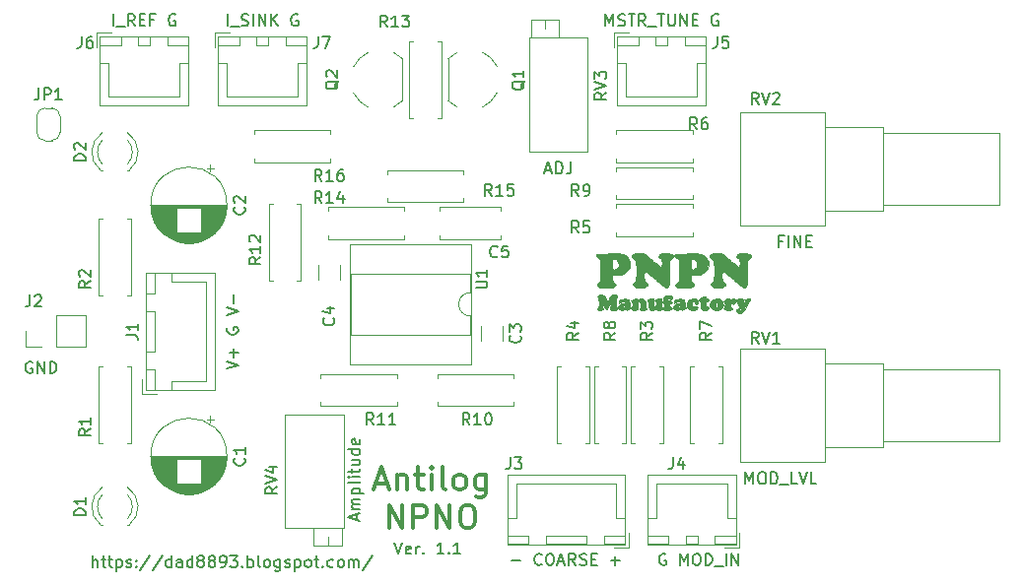
<source format=gto>
G04 #@! TF.GenerationSoftware,KiCad,Pcbnew,(5.1.6)-1*
G04 #@! TF.CreationDate,2020-10-22T22:28:54+09:00*
G04 #@! TF.ProjectId,Antilog_NPNO_PCB,416e7469-6c6f-4675-9f4e-504e4f5f5043,Ver. 1.1*
G04 #@! TF.SameCoordinates,Original*
G04 #@! TF.FileFunction,Legend,Top*
G04 #@! TF.FilePolarity,Positive*
%FSLAX46Y46*%
G04 Gerber Fmt 4.6, Leading zero omitted, Abs format (unit mm)*
G04 Created by KiCad (PCBNEW (5.1.6)-1) date 2020-10-22 22:28:54*
%MOMM*%
%LPD*%
G01*
G04 APERTURE LIST*
%ADD10C,0.150000*%
%ADD11C,0.300000*%
%ADD12C,0.010000*%
%ADD13C,0.120000*%
G04 APERTURE END LIST*
D10*
X134509047Y-115962380D02*
X134842380Y-116962380D01*
X135175714Y-115962380D01*
X135890000Y-116914761D02*
X135794761Y-116962380D01*
X135604285Y-116962380D01*
X135509047Y-116914761D01*
X135461428Y-116819523D01*
X135461428Y-116438571D01*
X135509047Y-116343333D01*
X135604285Y-116295714D01*
X135794761Y-116295714D01*
X135890000Y-116343333D01*
X135937619Y-116438571D01*
X135937619Y-116533809D01*
X135461428Y-116629047D01*
X136366190Y-116962380D02*
X136366190Y-116295714D01*
X136366190Y-116486190D02*
X136413809Y-116390952D01*
X136461428Y-116343333D01*
X136556666Y-116295714D01*
X136651904Y-116295714D01*
X136985238Y-116867142D02*
X137032857Y-116914761D01*
X136985238Y-116962380D01*
X136937619Y-116914761D01*
X136985238Y-116867142D01*
X136985238Y-116962380D01*
X138747142Y-116962380D02*
X138175714Y-116962380D01*
X138461428Y-116962380D02*
X138461428Y-115962380D01*
X138366190Y-116105238D01*
X138270952Y-116200476D01*
X138175714Y-116248095D01*
X139175714Y-116867142D02*
X139223333Y-116914761D01*
X139175714Y-116962380D01*
X139128095Y-116914761D01*
X139175714Y-116867142D01*
X139175714Y-116962380D01*
X140175714Y-116962380D02*
X139604285Y-116962380D01*
X139890000Y-116962380D02*
X139890000Y-115962380D01*
X139794761Y-116105238D01*
X139699523Y-116200476D01*
X139604285Y-116248095D01*
X131256666Y-114016190D02*
X131256666Y-113540000D01*
X131542380Y-114111428D02*
X130542380Y-113778095D01*
X131542380Y-113444761D01*
X131542380Y-113111428D02*
X130875714Y-113111428D01*
X130970952Y-113111428D02*
X130923333Y-113063809D01*
X130875714Y-112968571D01*
X130875714Y-112825714D01*
X130923333Y-112730476D01*
X131018571Y-112682857D01*
X131542380Y-112682857D01*
X131018571Y-112682857D02*
X130923333Y-112635238D01*
X130875714Y-112540000D01*
X130875714Y-112397142D01*
X130923333Y-112301904D01*
X131018571Y-112254285D01*
X131542380Y-112254285D01*
X130875714Y-111778095D02*
X131875714Y-111778095D01*
X130923333Y-111778095D02*
X130875714Y-111682857D01*
X130875714Y-111492380D01*
X130923333Y-111397142D01*
X130970952Y-111349523D01*
X131066190Y-111301904D01*
X131351904Y-111301904D01*
X131447142Y-111349523D01*
X131494761Y-111397142D01*
X131542380Y-111492380D01*
X131542380Y-111682857D01*
X131494761Y-111778095D01*
X131542380Y-110730476D02*
X131494761Y-110825714D01*
X131399523Y-110873333D01*
X130542380Y-110873333D01*
X131542380Y-110349523D02*
X130875714Y-110349523D01*
X130542380Y-110349523D02*
X130590000Y-110397142D01*
X130637619Y-110349523D01*
X130590000Y-110301904D01*
X130542380Y-110349523D01*
X130637619Y-110349523D01*
X130875714Y-110016190D02*
X130875714Y-109635238D01*
X130542380Y-109873333D02*
X131399523Y-109873333D01*
X131494761Y-109825714D01*
X131542380Y-109730476D01*
X131542380Y-109635238D01*
X130875714Y-108873333D02*
X131542380Y-108873333D01*
X130875714Y-109301904D02*
X131399523Y-109301904D01*
X131494761Y-109254285D01*
X131542380Y-109159047D01*
X131542380Y-109016190D01*
X131494761Y-108920952D01*
X131447142Y-108873333D01*
X131542380Y-107968571D02*
X130542380Y-107968571D01*
X131494761Y-107968571D02*
X131542380Y-108063809D01*
X131542380Y-108254285D01*
X131494761Y-108349523D01*
X131447142Y-108397142D01*
X131351904Y-108444761D01*
X131066190Y-108444761D01*
X130970952Y-108397142D01*
X130923333Y-108349523D01*
X130875714Y-108254285D01*
X130875714Y-108063809D01*
X130923333Y-107968571D01*
X131494761Y-107111428D02*
X131542380Y-107206666D01*
X131542380Y-107397142D01*
X131494761Y-107492380D01*
X131399523Y-107540000D01*
X131018571Y-107540000D01*
X130923333Y-107492380D01*
X130875714Y-107397142D01*
X130875714Y-107206666D01*
X130923333Y-107111428D01*
X131018571Y-107063809D01*
X131113809Y-107063809D01*
X131209047Y-107540000D01*
X108577619Y-118112380D02*
X108577619Y-117112380D01*
X109006190Y-118112380D02*
X109006190Y-117588571D01*
X108958571Y-117493333D01*
X108863333Y-117445714D01*
X108720476Y-117445714D01*
X108625238Y-117493333D01*
X108577619Y-117540952D01*
X109339523Y-117445714D02*
X109720476Y-117445714D01*
X109482380Y-117112380D02*
X109482380Y-117969523D01*
X109530000Y-118064761D01*
X109625238Y-118112380D01*
X109720476Y-118112380D01*
X109910952Y-117445714D02*
X110291904Y-117445714D01*
X110053809Y-117112380D02*
X110053809Y-117969523D01*
X110101428Y-118064761D01*
X110196666Y-118112380D01*
X110291904Y-118112380D01*
X110625238Y-117445714D02*
X110625238Y-118445714D01*
X110625238Y-117493333D02*
X110720476Y-117445714D01*
X110910952Y-117445714D01*
X111006190Y-117493333D01*
X111053809Y-117540952D01*
X111101428Y-117636190D01*
X111101428Y-117921904D01*
X111053809Y-118017142D01*
X111006190Y-118064761D01*
X110910952Y-118112380D01*
X110720476Y-118112380D01*
X110625238Y-118064761D01*
X111482380Y-118064761D02*
X111577619Y-118112380D01*
X111768095Y-118112380D01*
X111863333Y-118064761D01*
X111910952Y-117969523D01*
X111910952Y-117921904D01*
X111863333Y-117826666D01*
X111768095Y-117779047D01*
X111625238Y-117779047D01*
X111530000Y-117731428D01*
X111482380Y-117636190D01*
X111482380Y-117588571D01*
X111530000Y-117493333D01*
X111625238Y-117445714D01*
X111768095Y-117445714D01*
X111863333Y-117493333D01*
X112339523Y-118017142D02*
X112387142Y-118064761D01*
X112339523Y-118112380D01*
X112291904Y-118064761D01*
X112339523Y-118017142D01*
X112339523Y-118112380D01*
X112339523Y-117493333D02*
X112387142Y-117540952D01*
X112339523Y-117588571D01*
X112291904Y-117540952D01*
X112339523Y-117493333D01*
X112339523Y-117588571D01*
X113530000Y-117064761D02*
X112672857Y-118350476D01*
X114577619Y-117064761D02*
X113720476Y-118350476D01*
X115339523Y-118112380D02*
X115339523Y-117112380D01*
X115339523Y-118064761D02*
X115244285Y-118112380D01*
X115053809Y-118112380D01*
X114958571Y-118064761D01*
X114910952Y-118017142D01*
X114863333Y-117921904D01*
X114863333Y-117636190D01*
X114910952Y-117540952D01*
X114958571Y-117493333D01*
X115053809Y-117445714D01*
X115244285Y-117445714D01*
X115339523Y-117493333D01*
X116244285Y-118112380D02*
X116244285Y-117588571D01*
X116196666Y-117493333D01*
X116101428Y-117445714D01*
X115910952Y-117445714D01*
X115815714Y-117493333D01*
X116244285Y-118064761D02*
X116149047Y-118112380D01*
X115910952Y-118112380D01*
X115815714Y-118064761D01*
X115768095Y-117969523D01*
X115768095Y-117874285D01*
X115815714Y-117779047D01*
X115910952Y-117731428D01*
X116149047Y-117731428D01*
X116244285Y-117683809D01*
X117149047Y-118112380D02*
X117149047Y-117112380D01*
X117149047Y-118064761D02*
X117053809Y-118112380D01*
X116863333Y-118112380D01*
X116768095Y-118064761D01*
X116720476Y-118017142D01*
X116672857Y-117921904D01*
X116672857Y-117636190D01*
X116720476Y-117540952D01*
X116768095Y-117493333D01*
X116863333Y-117445714D01*
X117053809Y-117445714D01*
X117149047Y-117493333D01*
X117768095Y-117540952D02*
X117672857Y-117493333D01*
X117625238Y-117445714D01*
X117577619Y-117350476D01*
X117577619Y-117302857D01*
X117625238Y-117207619D01*
X117672857Y-117160000D01*
X117768095Y-117112380D01*
X117958571Y-117112380D01*
X118053809Y-117160000D01*
X118101428Y-117207619D01*
X118149047Y-117302857D01*
X118149047Y-117350476D01*
X118101428Y-117445714D01*
X118053809Y-117493333D01*
X117958571Y-117540952D01*
X117768095Y-117540952D01*
X117672857Y-117588571D01*
X117625238Y-117636190D01*
X117577619Y-117731428D01*
X117577619Y-117921904D01*
X117625238Y-118017142D01*
X117672857Y-118064761D01*
X117768095Y-118112380D01*
X117958571Y-118112380D01*
X118053809Y-118064761D01*
X118101428Y-118017142D01*
X118149047Y-117921904D01*
X118149047Y-117731428D01*
X118101428Y-117636190D01*
X118053809Y-117588571D01*
X117958571Y-117540952D01*
X118720476Y-117540952D02*
X118625238Y-117493333D01*
X118577619Y-117445714D01*
X118530000Y-117350476D01*
X118530000Y-117302857D01*
X118577619Y-117207619D01*
X118625238Y-117160000D01*
X118720476Y-117112380D01*
X118910952Y-117112380D01*
X119006190Y-117160000D01*
X119053809Y-117207619D01*
X119101428Y-117302857D01*
X119101428Y-117350476D01*
X119053809Y-117445714D01*
X119006190Y-117493333D01*
X118910952Y-117540952D01*
X118720476Y-117540952D01*
X118625238Y-117588571D01*
X118577619Y-117636190D01*
X118530000Y-117731428D01*
X118530000Y-117921904D01*
X118577619Y-118017142D01*
X118625238Y-118064761D01*
X118720476Y-118112380D01*
X118910952Y-118112380D01*
X119006190Y-118064761D01*
X119053809Y-118017142D01*
X119101428Y-117921904D01*
X119101428Y-117731428D01*
X119053809Y-117636190D01*
X119006190Y-117588571D01*
X118910952Y-117540952D01*
X119577619Y-118112380D02*
X119768095Y-118112380D01*
X119863333Y-118064761D01*
X119910952Y-118017142D01*
X120006190Y-117874285D01*
X120053809Y-117683809D01*
X120053809Y-117302857D01*
X120006190Y-117207619D01*
X119958571Y-117160000D01*
X119863333Y-117112380D01*
X119672857Y-117112380D01*
X119577619Y-117160000D01*
X119530000Y-117207619D01*
X119482380Y-117302857D01*
X119482380Y-117540952D01*
X119530000Y-117636190D01*
X119577619Y-117683809D01*
X119672857Y-117731428D01*
X119863333Y-117731428D01*
X119958571Y-117683809D01*
X120006190Y-117636190D01*
X120053809Y-117540952D01*
X120387142Y-117112380D02*
X121006190Y-117112380D01*
X120672857Y-117493333D01*
X120815714Y-117493333D01*
X120910952Y-117540952D01*
X120958571Y-117588571D01*
X121006190Y-117683809D01*
X121006190Y-117921904D01*
X120958571Y-118017142D01*
X120910952Y-118064761D01*
X120815714Y-118112380D01*
X120530000Y-118112380D01*
X120434761Y-118064761D01*
X120387142Y-118017142D01*
X121434761Y-118017142D02*
X121482380Y-118064761D01*
X121434761Y-118112380D01*
X121387142Y-118064761D01*
X121434761Y-118017142D01*
X121434761Y-118112380D01*
X121910952Y-118112380D02*
X121910952Y-117112380D01*
X121910952Y-117493333D02*
X122006190Y-117445714D01*
X122196666Y-117445714D01*
X122291904Y-117493333D01*
X122339523Y-117540952D01*
X122387142Y-117636190D01*
X122387142Y-117921904D01*
X122339523Y-118017142D01*
X122291904Y-118064761D01*
X122196666Y-118112380D01*
X122006190Y-118112380D01*
X121910952Y-118064761D01*
X122958571Y-118112380D02*
X122863333Y-118064761D01*
X122815714Y-117969523D01*
X122815714Y-117112380D01*
X123482380Y-118112380D02*
X123387142Y-118064761D01*
X123339523Y-118017142D01*
X123291904Y-117921904D01*
X123291904Y-117636190D01*
X123339523Y-117540952D01*
X123387142Y-117493333D01*
X123482380Y-117445714D01*
X123625238Y-117445714D01*
X123720476Y-117493333D01*
X123768095Y-117540952D01*
X123815714Y-117636190D01*
X123815714Y-117921904D01*
X123768095Y-118017142D01*
X123720476Y-118064761D01*
X123625238Y-118112380D01*
X123482380Y-118112380D01*
X124672857Y-117445714D02*
X124672857Y-118255238D01*
X124625238Y-118350476D01*
X124577619Y-118398095D01*
X124482380Y-118445714D01*
X124339523Y-118445714D01*
X124244285Y-118398095D01*
X124672857Y-118064761D02*
X124577619Y-118112380D01*
X124387142Y-118112380D01*
X124291904Y-118064761D01*
X124244285Y-118017142D01*
X124196666Y-117921904D01*
X124196666Y-117636190D01*
X124244285Y-117540952D01*
X124291904Y-117493333D01*
X124387142Y-117445714D01*
X124577619Y-117445714D01*
X124672857Y-117493333D01*
X125101428Y-118064761D02*
X125196666Y-118112380D01*
X125387142Y-118112380D01*
X125482380Y-118064761D01*
X125530000Y-117969523D01*
X125530000Y-117921904D01*
X125482380Y-117826666D01*
X125387142Y-117779047D01*
X125244285Y-117779047D01*
X125149047Y-117731428D01*
X125101428Y-117636190D01*
X125101428Y-117588571D01*
X125149047Y-117493333D01*
X125244285Y-117445714D01*
X125387142Y-117445714D01*
X125482380Y-117493333D01*
X125958571Y-117445714D02*
X125958571Y-118445714D01*
X125958571Y-117493333D02*
X126053809Y-117445714D01*
X126244285Y-117445714D01*
X126339523Y-117493333D01*
X126387142Y-117540952D01*
X126434761Y-117636190D01*
X126434761Y-117921904D01*
X126387142Y-118017142D01*
X126339523Y-118064761D01*
X126244285Y-118112380D01*
X126053809Y-118112380D01*
X125958571Y-118064761D01*
X127006190Y-118112380D02*
X126910952Y-118064761D01*
X126863333Y-118017142D01*
X126815714Y-117921904D01*
X126815714Y-117636190D01*
X126863333Y-117540952D01*
X126910952Y-117493333D01*
X127006190Y-117445714D01*
X127149047Y-117445714D01*
X127244285Y-117493333D01*
X127291904Y-117540952D01*
X127339523Y-117636190D01*
X127339523Y-117921904D01*
X127291904Y-118017142D01*
X127244285Y-118064761D01*
X127149047Y-118112380D01*
X127006190Y-118112380D01*
X127625238Y-117445714D02*
X128006190Y-117445714D01*
X127768095Y-117112380D02*
X127768095Y-117969523D01*
X127815714Y-118064761D01*
X127910952Y-118112380D01*
X128006190Y-118112380D01*
X128339523Y-118017142D02*
X128387142Y-118064761D01*
X128339523Y-118112380D01*
X128291904Y-118064761D01*
X128339523Y-118017142D01*
X128339523Y-118112380D01*
X129244285Y-118064761D02*
X129149047Y-118112380D01*
X128958571Y-118112380D01*
X128863333Y-118064761D01*
X128815714Y-118017142D01*
X128768095Y-117921904D01*
X128768095Y-117636190D01*
X128815714Y-117540952D01*
X128863333Y-117493333D01*
X128958571Y-117445714D01*
X129149047Y-117445714D01*
X129244285Y-117493333D01*
X129815714Y-118112380D02*
X129720476Y-118064761D01*
X129672857Y-118017142D01*
X129625238Y-117921904D01*
X129625238Y-117636190D01*
X129672857Y-117540952D01*
X129720476Y-117493333D01*
X129815714Y-117445714D01*
X129958571Y-117445714D01*
X130053809Y-117493333D01*
X130101428Y-117540952D01*
X130149047Y-117636190D01*
X130149047Y-117921904D01*
X130101428Y-118017142D01*
X130053809Y-118064761D01*
X129958571Y-118112380D01*
X129815714Y-118112380D01*
X130577619Y-118112380D02*
X130577619Y-117445714D01*
X130577619Y-117540952D02*
X130625238Y-117493333D01*
X130720476Y-117445714D01*
X130863333Y-117445714D01*
X130958571Y-117493333D01*
X131006190Y-117588571D01*
X131006190Y-118112380D01*
X131006190Y-117588571D02*
X131053809Y-117493333D01*
X131149047Y-117445714D01*
X131291904Y-117445714D01*
X131387142Y-117493333D01*
X131434761Y-117588571D01*
X131434761Y-118112380D01*
X132625238Y-117064761D02*
X131768095Y-118350476D01*
D11*
X132928095Y-110893333D02*
X133880476Y-110893333D01*
X132737619Y-111464761D02*
X133404285Y-109464761D01*
X134070952Y-111464761D01*
X134737619Y-110131428D02*
X134737619Y-111464761D01*
X134737619Y-110321904D02*
X134832857Y-110226666D01*
X135023333Y-110131428D01*
X135309047Y-110131428D01*
X135499523Y-110226666D01*
X135594761Y-110417142D01*
X135594761Y-111464761D01*
X136261428Y-110131428D02*
X137023333Y-110131428D01*
X136547142Y-109464761D02*
X136547142Y-111179047D01*
X136642380Y-111369523D01*
X136832857Y-111464761D01*
X137023333Y-111464761D01*
X137690000Y-111464761D02*
X137690000Y-110131428D01*
X137690000Y-109464761D02*
X137594761Y-109560000D01*
X137690000Y-109655238D01*
X137785238Y-109560000D01*
X137690000Y-109464761D01*
X137690000Y-109655238D01*
X138928095Y-111464761D02*
X138737619Y-111369523D01*
X138642380Y-111179047D01*
X138642380Y-109464761D01*
X139975714Y-111464761D02*
X139785238Y-111369523D01*
X139690000Y-111274285D01*
X139594761Y-111083809D01*
X139594761Y-110512380D01*
X139690000Y-110321904D01*
X139785238Y-110226666D01*
X139975714Y-110131428D01*
X140261428Y-110131428D01*
X140451904Y-110226666D01*
X140547142Y-110321904D01*
X140642380Y-110512380D01*
X140642380Y-111083809D01*
X140547142Y-111274285D01*
X140451904Y-111369523D01*
X140261428Y-111464761D01*
X139975714Y-111464761D01*
X142356666Y-110131428D02*
X142356666Y-111750476D01*
X142261428Y-111940952D01*
X142166190Y-112036190D01*
X141975714Y-112131428D01*
X141690000Y-112131428D01*
X141499523Y-112036190D01*
X142356666Y-111369523D02*
X142166190Y-111464761D01*
X141785238Y-111464761D01*
X141594761Y-111369523D01*
X141499523Y-111274285D01*
X141404285Y-111083809D01*
X141404285Y-110512380D01*
X141499523Y-110321904D01*
X141594761Y-110226666D01*
X141785238Y-110131428D01*
X142166190Y-110131428D01*
X142356666Y-110226666D01*
X134023333Y-114764761D02*
X134023333Y-112764761D01*
X135166190Y-114764761D01*
X135166190Y-112764761D01*
X136118571Y-114764761D02*
X136118571Y-112764761D01*
X136880476Y-112764761D01*
X137070952Y-112860000D01*
X137166190Y-112955238D01*
X137261428Y-113145714D01*
X137261428Y-113431428D01*
X137166190Y-113621904D01*
X137070952Y-113717142D01*
X136880476Y-113812380D01*
X136118571Y-113812380D01*
X138118571Y-114764761D02*
X138118571Y-112764761D01*
X139261428Y-114764761D01*
X139261428Y-112764761D01*
X140594761Y-112764761D02*
X140975714Y-112764761D01*
X141166190Y-112860000D01*
X141356666Y-113050476D01*
X141451904Y-113431428D01*
X141451904Y-114098095D01*
X141356666Y-114479047D01*
X141166190Y-114669523D01*
X140975714Y-114764761D01*
X140594761Y-114764761D01*
X140404285Y-114669523D01*
X140213809Y-114479047D01*
X140118571Y-114098095D01*
X140118571Y-113431428D01*
X140213809Y-113050476D01*
X140404285Y-112860000D01*
X140594761Y-112764761D01*
D10*
X157797857Y-116975000D02*
X157702619Y-116927380D01*
X157559761Y-116927380D01*
X157416904Y-116975000D01*
X157321666Y-117070238D01*
X157274047Y-117165476D01*
X157226428Y-117355952D01*
X157226428Y-117498809D01*
X157274047Y-117689285D01*
X157321666Y-117784523D01*
X157416904Y-117879761D01*
X157559761Y-117927380D01*
X157655000Y-117927380D01*
X157797857Y-117879761D01*
X157845476Y-117832142D01*
X157845476Y-117498809D01*
X157655000Y-117498809D01*
X159035952Y-117927380D02*
X159035952Y-116927380D01*
X159369285Y-117641666D01*
X159702619Y-116927380D01*
X159702619Y-117927380D01*
X160369285Y-116927380D02*
X160559761Y-116927380D01*
X160655000Y-116975000D01*
X160750238Y-117070238D01*
X160797857Y-117260714D01*
X160797857Y-117594047D01*
X160750238Y-117784523D01*
X160655000Y-117879761D01*
X160559761Y-117927380D01*
X160369285Y-117927380D01*
X160274047Y-117879761D01*
X160178809Y-117784523D01*
X160131190Y-117594047D01*
X160131190Y-117260714D01*
X160178809Y-117070238D01*
X160274047Y-116975000D01*
X160369285Y-116927380D01*
X161226428Y-117927380D02*
X161226428Y-116927380D01*
X161464523Y-116927380D01*
X161607380Y-116975000D01*
X161702619Y-117070238D01*
X161750238Y-117165476D01*
X161797857Y-117355952D01*
X161797857Y-117498809D01*
X161750238Y-117689285D01*
X161702619Y-117784523D01*
X161607380Y-117879761D01*
X161464523Y-117927380D01*
X161226428Y-117927380D01*
X161988333Y-118022619D02*
X162750238Y-118022619D01*
X162988333Y-117927380D02*
X162988333Y-116927380D01*
X163464523Y-117927380D02*
X163464523Y-116927380D01*
X164035952Y-117927380D01*
X164035952Y-116927380D01*
X144582142Y-117546428D02*
X145344047Y-117546428D01*
X147153571Y-117832142D02*
X147105952Y-117879761D01*
X146963095Y-117927380D01*
X146867857Y-117927380D01*
X146725000Y-117879761D01*
X146629761Y-117784523D01*
X146582142Y-117689285D01*
X146534523Y-117498809D01*
X146534523Y-117355952D01*
X146582142Y-117165476D01*
X146629761Y-117070238D01*
X146725000Y-116975000D01*
X146867857Y-116927380D01*
X146963095Y-116927380D01*
X147105952Y-116975000D01*
X147153571Y-117022619D01*
X147772619Y-116927380D02*
X147963095Y-116927380D01*
X148058333Y-116975000D01*
X148153571Y-117070238D01*
X148201190Y-117260714D01*
X148201190Y-117594047D01*
X148153571Y-117784523D01*
X148058333Y-117879761D01*
X147963095Y-117927380D01*
X147772619Y-117927380D01*
X147677380Y-117879761D01*
X147582142Y-117784523D01*
X147534523Y-117594047D01*
X147534523Y-117260714D01*
X147582142Y-117070238D01*
X147677380Y-116975000D01*
X147772619Y-116927380D01*
X148582142Y-117641666D02*
X149058333Y-117641666D01*
X148486904Y-117927380D02*
X148820238Y-116927380D01*
X149153571Y-117927380D01*
X150058333Y-117927380D02*
X149725000Y-117451190D01*
X149486904Y-117927380D02*
X149486904Y-116927380D01*
X149867857Y-116927380D01*
X149963095Y-116975000D01*
X150010714Y-117022619D01*
X150058333Y-117117857D01*
X150058333Y-117260714D01*
X150010714Y-117355952D01*
X149963095Y-117403571D01*
X149867857Y-117451190D01*
X149486904Y-117451190D01*
X150439285Y-117879761D02*
X150582142Y-117927380D01*
X150820238Y-117927380D01*
X150915476Y-117879761D01*
X150963095Y-117832142D01*
X151010714Y-117736904D01*
X151010714Y-117641666D01*
X150963095Y-117546428D01*
X150915476Y-117498809D01*
X150820238Y-117451190D01*
X150629761Y-117403571D01*
X150534523Y-117355952D01*
X150486904Y-117308333D01*
X150439285Y-117213095D01*
X150439285Y-117117857D01*
X150486904Y-117022619D01*
X150534523Y-116975000D01*
X150629761Y-116927380D01*
X150867857Y-116927380D01*
X151010714Y-116975000D01*
X151439285Y-117403571D02*
X151772619Y-117403571D01*
X151915476Y-117927380D02*
X151439285Y-117927380D01*
X151439285Y-116927380D01*
X151915476Y-116927380D01*
X153105952Y-117546428D02*
X153867857Y-117546428D01*
X153486904Y-117927380D02*
X153486904Y-117165476D01*
X164663809Y-110942380D02*
X164663809Y-109942380D01*
X164997142Y-110656666D01*
X165330476Y-109942380D01*
X165330476Y-110942380D01*
X165997142Y-109942380D02*
X166187619Y-109942380D01*
X166282857Y-109990000D01*
X166378095Y-110085238D01*
X166425714Y-110275714D01*
X166425714Y-110609047D01*
X166378095Y-110799523D01*
X166282857Y-110894761D01*
X166187619Y-110942380D01*
X165997142Y-110942380D01*
X165901904Y-110894761D01*
X165806666Y-110799523D01*
X165759047Y-110609047D01*
X165759047Y-110275714D01*
X165806666Y-110085238D01*
X165901904Y-109990000D01*
X165997142Y-109942380D01*
X166854285Y-110942380D02*
X166854285Y-109942380D01*
X167092380Y-109942380D01*
X167235238Y-109990000D01*
X167330476Y-110085238D01*
X167378095Y-110180476D01*
X167425714Y-110370952D01*
X167425714Y-110513809D01*
X167378095Y-110704285D01*
X167330476Y-110799523D01*
X167235238Y-110894761D01*
X167092380Y-110942380D01*
X166854285Y-110942380D01*
X167616190Y-111037619D02*
X168378095Y-111037619D01*
X169092380Y-110942380D02*
X168616190Y-110942380D01*
X168616190Y-109942380D01*
X169282857Y-109942380D02*
X169616190Y-110942380D01*
X169949523Y-109942380D01*
X170759047Y-110942380D02*
X170282857Y-110942380D01*
X170282857Y-109942380D01*
X167838571Y-90098571D02*
X167505238Y-90098571D01*
X167505238Y-90622380D02*
X167505238Y-89622380D01*
X167981428Y-89622380D01*
X168362380Y-90622380D02*
X168362380Y-89622380D01*
X168838571Y-90622380D02*
X168838571Y-89622380D01*
X169410000Y-90622380D01*
X169410000Y-89622380D01*
X169886190Y-90098571D02*
X170219523Y-90098571D01*
X170362380Y-90622380D02*
X169886190Y-90622380D01*
X169886190Y-89622380D01*
X170362380Y-89622380D01*
X152646666Y-71572380D02*
X152646666Y-70572380D01*
X152980000Y-71286666D01*
X153313333Y-70572380D01*
X153313333Y-71572380D01*
X153741904Y-71524761D02*
X153884761Y-71572380D01*
X154122857Y-71572380D01*
X154218095Y-71524761D01*
X154265714Y-71477142D01*
X154313333Y-71381904D01*
X154313333Y-71286666D01*
X154265714Y-71191428D01*
X154218095Y-71143809D01*
X154122857Y-71096190D01*
X153932380Y-71048571D01*
X153837142Y-71000952D01*
X153789523Y-70953333D01*
X153741904Y-70858095D01*
X153741904Y-70762857D01*
X153789523Y-70667619D01*
X153837142Y-70620000D01*
X153932380Y-70572380D01*
X154170476Y-70572380D01*
X154313333Y-70620000D01*
X154599047Y-70572380D02*
X155170476Y-70572380D01*
X154884761Y-71572380D02*
X154884761Y-70572380D01*
X156075238Y-71572380D02*
X155741904Y-71096190D01*
X155503809Y-71572380D02*
X155503809Y-70572380D01*
X155884761Y-70572380D01*
X155980000Y-70620000D01*
X156027619Y-70667619D01*
X156075238Y-70762857D01*
X156075238Y-70905714D01*
X156027619Y-71000952D01*
X155980000Y-71048571D01*
X155884761Y-71096190D01*
X155503809Y-71096190D01*
X156265714Y-71667619D02*
X157027619Y-71667619D01*
X157122857Y-70572380D02*
X157694285Y-70572380D01*
X157408571Y-71572380D02*
X157408571Y-70572380D01*
X158027619Y-70572380D02*
X158027619Y-71381904D01*
X158075238Y-71477142D01*
X158122857Y-71524761D01*
X158218095Y-71572380D01*
X158408571Y-71572380D01*
X158503809Y-71524761D01*
X158551428Y-71477142D01*
X158599047Y-71381904D01*
X158599047Y-70572380D01*
X159075238Y-71572380D02*
X159075238Y-70572380D01*
X159646666Y-71572380D01*
X159646666Y-70572380D01*
X160122857Y-71048571D02*
X160456190Y-71048571D01*
X160599047Y-71572380D02*
X160122857Y-71572380D01*
X160122857Y-70572380D01*
X160599047Y-70572380D01*
X162313333Y-70620000D02*
X162218095Y-70572380D01*
X162075238Y-70572380D01*
X161932380Y-70620000D01*
X161837142Y-70715238D01*
X161789523Y-70810476D01*
X161741904Y-71000952D01*
X161741904Y-71143809D01*
X161789523Y-71334285D01*
X161837142Y-71429523D01*
X161932380Y-71524761D01*
X162075238Y-71572380D01*
X162170476Y-71572380D01*
X162313333Y-71524761D01*
X162360952Y-71477142D01*
X162360952Y-71143809D01*
X162170476Y-71143809D01*
X147470952Y-83986666D02*
X147947142Y-83986666D01*
X147375714Y-84272380D02*
X147709047Y-83272380D01*
X148042380Y-84272380D01*
X148375714Y-84272380D02*
X148375714Y-83272380D01*
X148613809Y-83272380D01*
X148756666Y-83320000D01*
X148851904Y-83415238D01*
X148899523Y-83510476D01*
X148947142Y-83700952D01*
X148947142Y-83843809D01*
X148899523Y-84034285D01*
X148851904Y-84129523D01*
X148756666Y-84224761D01*
X148613809Y-84272380D01*
X148375714Y-84272380D01*
X149661428Y-83272380D02*
X149661428Y-83986666D01*
X149613809Y-84129523D01*
X149518571Y-84224761D01*
X149375714Y-84272380D01*
X149280476Y-84272380D01*
X120190000Y-71572380D02*
X120190000Y-70572380D01*
X120428095Y-71667619D02*
X121190000Y-71667619D01*
X121380476Y-71524761D02*
X121523333Y-71572380D01*
X121761428Y-71572380D01*
X121856666Y-71524761D01*
X121904285Y-71477142D01*
X121951904Y-71381904D01*
X121951904Y-71286666D01*
X121904285Y-71191428D01*
X121856666Y-71143809D01*
X121761428Y-71096190D01*
X121570952Y-71048571D01*
X121475714Y-71000952D01*
X121428095Y-70953333D01*
X121380476Y-70858095D01*
X121380476Y-70762857D01*
X121428095Y-70667619D01*
X121475714Y-70620000D01*
X121570952Y-70572380D01*
X121809047Y-70572380D01*
X121951904Y-70620000D01*
X122380476Y-71572380D02*
X122380476Y-70572380D01*
X122856666Y-71572380D02*
X122856666Y-70572380D01*
X123428095Y-71572380D01*
X123428095Y-70572380D01*
X123904285Y-71572380D02*
X123904285Y-70572380D01*
X124475714Y-71572380D02*
X124047142Y-71000952D01*
X124475714Y-70572380D02*
X123904285Y-71143809D01*
X126190000Y-70620000D02*
X126094761Y-70572380D01*
X125951904Y-70572380D01*
X125809047Y-70620000D01*
X125713809Y-70715238D01*
X125666190Y-70810476D01*
X125618571Y-71000952D01*
X125618571Y-71143809D01*
X125666190Y-71334285D01*
X125713809Y-71429523D01*
X125809047Y-71524761D01*
X125951904Y-71572380D01*
X126047142Y-71572380D01*
X126190000Y-71524761D01*
X126237619Y-71477142D01*
X126237619Y-71143809D01*
X126047142Y-71143809D01*
X110387142Y-71572380D02*
X110387142Y-70572380D01*
X110625238Y-71667619D02*
X111387142Y-71667619D01*
X112196666Y-71572380D02*
X111863333Y-71096190D01*
X111625238Y-71572380D02*
X111625238Y-70572380D01*
X112006190Y-70572380D01*
X112101428Y-70620000D01*
X112149047Y-70667619D01*
X112196666Y-70762857D01*
X112196666Y-70905714D01*
X112149047Y-71000952D01*
X112101428Y-71048571D01*
X112006190Y-71096190D01*
X111625238Y-71096190D01*
X112625238Y-71048571D02*
X112958571Y-71048571D01*
X113101428Y-71572380D02*
X112625238Y-71572380D01*
X112625238Y-70572380D01*
X113101428Y-70572380D01*
X113863333Y-71048571D02*
X113530000Y-71048571D01*
X113530000Y-71572380D02*
X113530000Y-70572380D01*
X114006190Y-70572380D01*
X115672857Y-70620000D02*
X115577619Y-70572380D01*
X115434761Y-70572380D01*
X115291904Y-70620000D01*
X115196666Y-70715238D01*
X115149047Y-70810476D01*
X115101428Y-71000952D01*
X115101428Y-71143809D01*
X115149047Y-71334285D01*
X115196666Y-71429523D01*
X115291904Y-71524761D01*
X115434761Y-71572380D01*
X115530000Y-71572380D01*
X115672857Y-71524761D01*
X115720476Y-71477142D01*
X115720476Y-71143809D01*
X115530000Y-71143809D01*
X103378095Y-100465000D02*
X103282857Y-100417380D01*
X103140000Y-100417380D01*
X102997142Y-100465000D01*
X102901904Y-100560238D01*
X102854285Y-100655476D01*
X102806666Y-100845952D01*
X102806666Y-100988809D01*
X102854285Y-101179285D01*
X102901904Y-101274523D01*
X102997142Y-101369761D01*
X103140000Y-101417380D01*
X103235238Y-101417380D01*
X103378095Y-101369761D01*
X103425714Y-101322142D01*
X103425714Y-100988809D01*
X103235238Y-100988809D01*
X103854285Y-101417380D02*
X103854285Y-100417380D01*
X104425714Y-101417380D01*
X104425714Y-100417380D01*
X104901904Y-101417380D02*
X104901904Y-100417380D01*
X105140000Y-100417380D01*
X105282857Y-100465000D01*
X105378095Y-100560238D01*
X105425714Y-100655476D01*
X105473333Y-100845952D01*
X105473333Y-100988809D01*
X105425714Y-101179285D01*
X105378095Y-101274523D01*
X105282857Y-101369761D01*
X105140000Y-101417380D01*
X104901904Y-101417380D01*
X120102380Y-101051904D02*
X121102380Y-100718571D01*
X120102380Y-100385238D01*
X120721428Y-100051904D02*
X120721428Y-99290000D01*
X121102380Y-99670952D02*
X120340476Y-99670952D01*
X120150000Y-97528095D02*
X120102380Y-97623333D01*
X120102380Y-97766190D01*
X120150000Y-97909047D01*
X120245238Y-98004285D01*
X120340476Y-98051904D01*
X120530952Y-98099523D01*
X120673809Y-98099523D01*
X120864285Y-98051904D01*
X120959523Y-98004285D01*
X121054761Y-97909047D01*
X121102380Y-97766190D01*
X121102380Y-97670952D01*
X121054761Y-97528095D01*
X121007142Y-97480476D01*
X120673809Y-97480476D01*
X120673809Y-97670952D01*
X120102380Y-96432857D02*
X121102380Y-96099523D01*
X120102380Y-95766190D01*
X120721428Y-95432857D02*
X120721428Y-94670952D01*
D12*
G04 #@! TO.C,G\u002A\u002A\u002A*
G36*
X165015999Y-95037306D02*
G01*
X165066377Y-95089400D01*
X165038237Y-95169210D01*
X164982965Y-95227690D01*
X164893409Y-95339915D01*
X164801009Y-95512738D01*
X164743903Y-95651076D01*
X164623103Y-95913724D01*
X164483185Y-96107910D01*
X164329227Y-96229461D01*
X164166308Y-96274205D01*
X164019018Y-96246511D01*
X163924147Y-96179362D01*
X163880464Y-96122691D01*
X163858957Y-96045081D01*
X163899625Y-95972358D01*
X163920030Y-95950970D01*
X164010378Y-95879110D01*
X164079702Y-95881677D01*
X164150706Y-95960601D01*
X164157726Y-95971167D01*
X164228278Y-96055099D01*
X164280072Y-96072194D01*
X164301886Y-96019242D01*
X164302000Y-96012443D01*
X164281823Y-95935548D01*
X164228954Y-95808913D01*
X164154886Y-95655022D01*
X164071110Y-95496356D01*
X163989121Y-95355399D01*
X163920411Y-95254635D01*
X163905874Y-95237505D01*
X163846344Y-95166937D01*
X163843090Y-95125568D01*
X163894366Y-95080932D01*
X163897341Y-95078755D01*
X163991030Y-95043484D01*
X164131911Y-95023750D01*
X164284364Y-95020958D01*
X164412767Y-95036511D01*
X164465280Y-95056363D01*
X164502527Y-95123596D01*
X164496832Y-95174352D01*
X164496541Y-95262279D01*
X164535390Y-95342168D01*
X164594259Y-95386156D01*
X164638047Y-95380119D01*
X164671573Y-95311180D01*
X164664639Y-95209230D01*
X164660588Y-95103618D01*
X164706908Y-95044493D01*
X164816703Y-95020758D01*
X164889663Y-95018667D01*
X165015999Y-95037306D01*
G37*
X165015999Y-95037306D02*
X165066377Y-95089400D01*
X165038237Y-95169210D01*
X164982965Y-95227690D01*
X164893409Y-95339915D01*
X164801009Y-95512738D01*
X164743903Y-95651076D01*
X164623103Y-95913724D01*
X164483185Y-96107910D01*
X164329227Y-96229461D01*
X164166308Y-96274205D01*
X164019018Y-96246511D01*
X163924147Y-96179362D01*
X163880464Y-96122691D01*
X163858957Y-96045081D01*
X163899625Y-95972358D01*
X163920030Y-95950970D01*
X164010378Y-95879110D01*
X164079702Y-95881677D01*
X164150706Y-95960601D01*
X164157726Y-95971167D01*
X164228278Y-96055099D01*
X164280072Y-96072194D01*
X164301886Y-96019242D01*
X164302000Y-96012443D01*
X164281823Y-95935548D01*
X164228954Y-95808913D01*
X164154886Y-95655022D01*
X164071110Y-95496356D01*
X163989121Y-95355399D01*
X163920411Y-95254635D01*
X163905874Y-95237505D01*
X163846344Y-95166937D01*
X163843090Y-95125568D01*
X163894366Y-95080932D01*
X163897341Y-95078755D01*
X163991030Y-95043484D01*
X164131911Y-95023750D01*
X164284364Y-95020958D01*
X164412767Y-95036511D01*
X164465280Y-95056363D01*
X164502527Y-95123596D01*
X164496832Y-95174352D01*
X164496541Y-95262279D01*
X164535390Y-95342168D01*
X164594259Y-95386156D01*
X164638047Y-95380119D01*
X164671573Y-95311180D01*
X164664639Y-95209230D01*
X164660588Y-95103618D01*
X164706908Y-95044493D01*
X164816703Y-95020758D01*
X164889663Y-95018667D01*
X165015999Y-95037306D01*
G36*
X153461874Y-94686472D02*
G01*
X153557035Y-94702379D01*
X153567038Y-94705696D01*
X153624381Y-94764973D01*
X153625182Y-94854644D01*
X153581084Y-94927682D01*
X153550438Y-95003082D01*
X153533471Y-95137330D01*
X153529336Y-95305861D01*
X153537189Y-95484110D01*
X153556184Y-95647512D01*
X153585475Y-95771503D01*
X153611862Y-95821927D01*
X153658676Y-95883754D01*
X153641337Y-95921106D01*
X153597962Y-95946631D01*
X153499057Y-95975996D01*
X153361153Y-95989984D01*
X153214070Y-95988967D01*
X153087627Y-95973315D01*
X153011644Y-95943397D01*
X153007684Y-95939296D01*
X152990128Y-95868592D01*
X153023667Y-95804205D01*
X153062783Y-95718692D01*
X153081883Y-95614303D01*
X153080416Y-95518478D01*
X153057828Y-95458660D01*
X153030750Y-95452339D01*
X152985771Y-95497276D01*
X152921694Y-95596813D01*
X152862146Y-95709867D01*
X152795609Y-95834736D01*
X152737145Y-95921572D01*
X152703001Y-95950000D01*
X152664383Y-95914724D01*
X152603054Y-95821742D01*
X152531561Y-95690327D01*
X152523852Y-95674833D01*
X152453430Y-95540642D01*
X152393921Y-95442684D01*
X152357102Y-95400140D01*
X152354914Y-95399667D01*
X152327684Y-95435776D01*
X152318291Y-95524035D01*
X152324505Y-95634339D01*
X152344092Y-95736585D01*
X152374821Y-95800667D01*
X152385167Y-95807691D01*
X152442466Y-95861664D01*
X152432190Y-95929262D01*
X152381704Y-95966637D01*
X152268889Y-95990759D01*
X152140452Y-95992283D01*
X152027495Y-95973893D01*
X151961119Y-95938274D01*
X151956393Y-95929921D01*
X151964112Y-95853490D01*
X152000055Y-95799897D01*
X152037844Y-95717674D01*
X152062000Y-95576946D01*
X152072571Y-95402761D01*
X152069605Y-95220169D01*
X152053149Y-95054217D01*
X152023250Y-94929955D01*
X151998324Y-94885211D01*
X151952841Y-94799093D01*
X151983779Y-94734114D01*
X152084412Y-94695454D01*
X152248012Y-94688294D01*
X152253606Y-94688607D01*
X152368015Y-94698172D01*
X152443992Y-94721496D01*
X152504812Y-94775346D01*
X152573749Y-94876487D01*
X152620088Y-94952601D01*
X152701938Y-95080424D01*
X152771693Y-95175711D01*
X152814503Y-95218210D01*
X152814999Y-95218388D01*
X152856214Y-95192220D01*
X152911262Y-95109498D01*
X152937562Y-95056428D01*
X153030902Y-94872040D01*
X153118906Y-94756722D01*
X153215723Y-94697151D01*
X153335501Y-94680002D01*
X153337277Y-94680000D01*
X153461874Y-94686472D01*
G37*
X153461874Y-94686472D02*
X153557035Y-94702379D01*
X153567038Y-94705696D01*
X153624381Y-94764973D01*
X153625182Y-94854644D01*
X153581084Y-94927682D01*
X153550438Y-95003082D01*
X153533471Y-95137330D01*
X153529336Y-95305861D01*
X153537189Y-95484110D01*
X153556184Y-95647512D01*
X153585475Y-95771503D01*
X153611862Y-95821927D01*
X153658676Y-95883754D01*
X153641337Y-95921106D01*
X153597962Y-95946631D01*
X153499057Y-95975996D01*
X153361153Y-95989984D01*
X153214070Y-95988967D01*
X153087627Y-95973315D01*
X153011644Y-95943397D01*
X153007684Y-95939296D01*
X152990128Y-95868592D01*
X153023667Y-95804205D01*
X153062783Y-95718692D01*
X153081883Y-95614303D01*
X153080416Y-95518478D01*
X153057828Y-95458660D01*
X153030750Y-95452339D01*
X152985771Y-95497276D01*
X152921694Y-95596813D01*
X152862146Y-95709867D01*
X152795609Y-95834736D01*
X152737145Y-95921572D01*
X152703001Y-95950000D01*
X152664383Y-95914724D01*
X152603054Y-95821742D01*
X152531561Y-95690327D01*
X152523852Y-95674833D01*
X152453430Y-95540642D01*
X152393921Y-95442684D01*
X152357102Y-95400140D01*
X152354914Y-95399667D01*
X152327684Y-95435776D01*
X152318291Y-95524035D01*
X152324505Y-95634339D01*
X152344092Y-95736585D01*
X152374821Y-95800667D01*
X152385167Y-95807691D01*
X152442466Y-95861664D01*
X152432190Y-95929262D01*
X152381704Y-95966637D01*
X152268889Y-95990759D01*
X152140452Y-95992283D01*
X152027495Y-95973893D01*
X151961119Y-95938274D01*
X151956393Y-95929921D01*
X151964112Y-95853490D01*
X152000055Y-95799897D01*
X152037844Y-95717674D01*
X152062000Y-95576946D01*
X152072571Y-95402761D01*
X152069605Y-95220169D01*
X152053149Y-95054217D01*
X152023250Y-94929955D01*
X151998324Y-94885211D01*
X151952841Y-94799093D01*
X151983779Y-94734114D01*
X152084412Y-94695454D01*
X152248012Y-94688294D01*
X152253606Y-94688607D01*
X152368015Y-94698172D01*
X152443992Y-94721496D01*
X152504812Y-94775346D01*
X152573749Y-94876487D01*
X152620088Y-94952601D01*
X152701938Y-95080424D01*
X152771693Y-95175711D01*
X152814503Y-95218210D01*
X152814999Y-95218388D01*
X152856214Y-95192220D01*
X152911262Y-95109498D01*
X152937562Y-95056428D01*
X153030902Y-94872040D01*
X153118906Y-94756722D01*
X153215723Y-94697151D01*
X153335501Y-94680002D01*
X153337277Y-94680000D01*
X153461874Y-94686472D01*
G36*
X154472199Y-95057260D02*
G01*
X154595894Y-95116783D01*
X154665306Y-95230010D01*
X154691330Y-95408281D01*
X154692334Y-95465753D01*
X154700663Y-95614702D01*
X154729427Y-95700955D01*
X154766417Y-95736109D01*
X154808574Y-95770625D01*
X154798781Y-95810569D01*
X154730254Y-95878747D01*
X154721723Y-95886379D01*
X154589513Y-95969596D01*
X154462560Y-95989019D01*
X154363282Y-95942681D01*
X154303008Y-95914218D01*
X154211478Y-95939613D01*
X154204657Y-95942681D01*
X154024963Y-95989372D01*
X153869139Y-95954855D01*
X153780243Y-95888424D01*
X153700408Y-95795837D01*
X153685176Y-95722023D01*
X153701036Y-95693873D01*
X154108530Y-95693873D01*
X154151708Y-95762141D01*
X154204172Y-95780667D01*
X154256619Y-95744008D01*
X154269000Y-95674833D01*
X154243096Y-95593263D01*
X154184772Y-95566972D01*
X154123110Y-95607925D01*
X154119581Y-95613360D01*
X154108530Y-95693873D01*
X153701036Y-95693873D01*
X153733792Y-95635736D01*
X153772980Y-95588363D01*
X153878844Y-95502995D01*
X154026829Y-95459142D01*
X154069314Y-95453496D01*
X154191248Y-95434619D01*
X154250338Y-95405169D01*
X154268351Y-95351612D01*
X154269000Y-95329332D01*
X154243948Y-95232731D01*
X154176614Y-95202968D01*
X154078731Y-95241682D01*
X154015000Y-95293833D01*
X153908180Y-95369761D01*
X153822405Y-95383630D01*
X153772783Y-95337351D01*
X153768614Y-95262669D01*
X153823361Y-95164195D01*
X153948544Y-95091235D01*
X154132439Y-95048860D01*
X154283324Y-95040101D01*
X154472199Y-95057260D01*
G37*
X154472199Y-95057260D02*
X154595894Y-95116783D01*
X154665306Y-95230010D01*
X154691330Y-95408281D01*
X154692334Y-95465753D01*
X154700663Y-95614702D01*
X154729427Y-95700955D01*
X154766417Y-95736109D01*
X154808574Y-95770625D01*
X154798781Y-95810569D01*
X154730254Y-95878747D01*
X154721723Y-95886379D01*
X154589513Y-95969596D01*
X154462560Y-95989019D01*
X154363282Y-95942681D01*
X154303008Y-95914218D01*
X154211478Y-95939613D01*
X154204657Y-95942681D01*
X154024963Y-95989372D01*
X153869139Y-95954855D01*
X153780243Y-95888424D01*
X153700408Y-95795837D01*
X153685176Y-95722023D01*
X153701036Y-95693873D01*
X154108530Y-95693873D01*
X154151708Y-95762141D01*
X154204172Y-95780667D01*
X154256619Y-95744008D01*
X154269000Y-95674833D01*
X154243096Y-95593263D01*
X154184772Y-95566972D01*
X154123110Y-95607925D01*
X154119581Y-95613360D01*
X154108530Y-95693873D01*
X153701036Y-95693873D01*
X153733792Y-95635736D01*
X153772980Y-95588363D01*
X153878844Y-95502995D01*
X154026829Y-95459142D01*
X154069314Y-95453496D01*
X154191248Y-95434619D01*
X154250338Y-95405169D01*
X154268351Y-95351612D01*
X154269000Y-95329332D01*
X154243948Y-95232731D01*
X154176614Y-95202968D01*
X154078731Y-95241682D01*
X154015000Y-95293833D01*
X153908180Y-95369761D01*
X153822405Y-95383630D01*
X153772783Y-95337351D01*
X153768614Y-95262669D01*
X153823361Y-95164195D01*
X153948544Y-95091235D01*
X154132439Y-95048860D01*
X154283324Y-95040101D01*
X154472199Y-95057260D01*
G36*
X155878030Y-95056050D02*
G01*
X155982708Y-95161426D01*
X156039229Y-95324635D01*
X156047000Y-95427902D01*
X156061845Y-95584612D01*
X156098517Y-95734994D01*
X156108226Y-95760587D01*
X156144467Y-95859135D01*
X156141171Y-95911218D01*
X156095434Y-95946705D01*
X156089843Y-95949727D01*
X155989113Y-95978257D01*
X155849259Y-95990159D01*
X155707960Y-95985057D01*
X155602898Y-95962577D01*
X155587546Y-95954735D01*
X155552224Y-95906441D01*
X155576963Y-95831167D01*
X155611512Y-95719008D01*
X155622973Y-95577812D01*
X155612296Y-95440337D01*
X155580432Y-95339341D01*
X155562021Y-95316539D01*
X155488005Y-95280771D01*
X155440235Y-95320166D01*
X155417621Y-95436908D01*
X155417667Y-95605462D01*
X155419553Y-95757363D01*
X155411894Y-95878521D01*
X155397584Y-95939417D01*
X155336990Y-95971104D01*
X155224642Y-95988086D01*
X155092287Y-95989640D01*
X154971674Y-95975044D01*
X154904000Y-95950643D01*
X154863303Y-95905876D01*
X154884104Y-95840376D01*
X154893417Y-95824866D01*
X154930640Y-95718463D01*
X154945709Y-95577115D01*
X154939265Y-95432779D01*
X154911953Y-95317406D01*
X154882311Y-95272233D01*
X154844603Y-95206989D01*
X154889372Y-95144928D01*
X155014435Y-95088187D01*
X155093360Y-95065703D01*
X155240026Y-95031555D01*
X155323143Y-95023560D01*
X155360431Y-95044131D01*
X155369612Y-95095682D01*
X155369667Y-95103333D01*
X155384671Y-95172164D01*
X155405439Y-95188000D01*
X155457694Y-95159693D01*
X155517834Y-95103333D01*
X155630644Y-95034646D01*
X155732989Y-95018667D01*
X155878030Y-95056050D01*
G37*
X155878030Y-95056050D02*
X155982708Y-95161426D01*
X156039229Y-95324635D01*
X156047000Y-95427902D01*
X156061845Y-95584612D01*
X156098517Y-95734994D01*
X156108226Y-95760587D01*
X156144467Y-95859135D01*
X156141171Y-95911218D01*
X156095434Y-95946705D01*
X156089843Y-95949727D01*
X155989113Y-95978257D01*
X155849259Y-95990159D01*
X155707960Y-95985057D01*
X155602898Y-95962577D01*
X155587546Y-95954735D01*
X155552224Y-95906441D01*
X155576963Y-95831167D01*
X155611512Y-95719008D01*
X155622973Y-95577812D01*
X155612296Y-95440337D01*
X155580432Y-95339341D01*
X155562021Y-95316539D01*
X155488005Y-95280771D01*
X155440235Y-95320166D01*
X155417621Y-95436908D01*
X155417667Y-95605462D01*
X155419553Y-95757363D01*
X155411894Y-95878521D01*
X155397584Y-95939417D01*
X155336990Y-95971104D01*
X155224642Y-95988086D01*
X155092287Y-95989640D01*
X154971674Y-95975044D01*
X154904000Y-95950643D01*
X154863303Y-95905876D01*
X154884104Y-95840376D01*
X154893417Y-95824866D01*
X154930640Y-95718463D01*
X154945709Y-95577115D01*
X154939265Y-95432779D01*
X154911953Y-95317406D01*
X154882311Y-95272233D01*
X154844603Y-95206989D01*
X154889372Y-95144928D01*
X155014435Y-95088187D01*
X155093360Y-95065703D01*
X155240026Y-95031555D01*
X155323143Y-95023560D01*
X155360431Y-95044131D01*
X155369612Y-95095682D01*
X155369667Y-95103333D01*
X155384671Y-95172164D01*
X155405439Y-95188000D01*
X155457694Y-95159693D01*
X155517834Y-95103333D01*
X155630644Y-95034646D01*
X155732989Y-95018667D01*
X155878030Y-95056050D01*
G36*
X158133449Y-94735609D02*
G01*
X158272005Y-94780284D01*
X158353230Y-94859150D01*
X158367344Y-94947259D01*
X158321801Y-95027129D01*
X158228760Y-95053114D01*
X158108424Y-95022171D01*
X158058163Y-94993823D01*
X157958032Y-94948691D01*
X157904232Y-94964835D01*
X157903524Y-95014116D01*
X157960420Y-95077978D01*
X158053630Y-95140262D01*
X158161870Y-95184810D01*
X158206555Y-95194325D01*
X158292712Y-95233419D01*
X158330079Y-95300923D01*
X158314129Y-95368288D01*
X158240336Y-95406966D01*
X158240265Y-95406976D01*
X158172145Y-95431983D01*
X158148684Y-95497879D01*
X158148776Y-95558726D01*
X158193302Y-95708167D01*
X158254609Y-95780948D01*
X158320597Y-95842378D01*
X158324859Y-95881437D01*
X158271992Y-95928805D01*
X158173847Y-95967864D01*
X158025259Y-95988746D01*
X157858545Y-95991161D01*
X157706018Y-95974815D01*
X157599994Y-95939417D01*
X157593346Y-95934930D01*
X157521305Y-95899559D01*
X157443193Y-95916174D01*
X157405338Y-95934669D01*
X157278475Y-95978791D01*
X157148150Y-95990802D01*
X157042825Y-95971211D01*
X156993059Y-95927314D01*
X156966824Y-95885885D01*
X156920214Y-95895773D01*
X156868877Y-95927314D01*
X156721341Y-95983997D01*
X156567112Y-95980381D01*
X156438959Y-95917927D01*
X156428000Y-95907667D01*
X156375899Y-95832476D01*
X156349896Y-95724128D01*
X156343334Y-95572024D01*
X156331592Y-95389492D01*
X156294842Y-95277745D01*
X156275722Y-95253436D01*
X156229350Y-95171355D01*
X156260193Y-95102679D01*
X156361277Y-95051843D01*
X156525626Y-95023280D01*
X156644959Y-95018667D01*
X156766667Y-95018667D01*
X156766667Y-95352150D01*
X156776533Y-95565995D01*
X156805557Y-95703098D01*
X156852876Y-95761454D01*
X156917629Y-95739056D01*
X156928541Y-95728859D01*
X156964788Y-95645846D01*
X156977413Y-95517185D01*
X156967461Y-95378219D01*
X156935976Y-95264295D01*
X156913766Y-95229153D01*
X156871410Y-95168247D01*
X156893135Y-95122421D01*
X156915170Y-95103054D01*
X156994836Y-95066841D01*
X157121908Y-95037244D01*
X157191405Y-95028098D01*
X157401667Y-95007894D01*
X157401667Y-95367930D01*
X157409077Y-95585375D01*
X157433688Y-95726337D01*
X157479071Y-95797893D01*
X157548797Y-95807123D01*
X157610627Y-95782115D01*
X157671899Y-95714957D01*
X157702297Y-95614578D01*
X157701619Y-95509566D01*
X157669664Y-95428509D01*
X157613334Y-95399667D01*
X157542581Y-95369732D01*
X157528667Y-95315000D01*
X157546602Y-95246213D01*
X157571500Y-95230333D01*
X157594840Y-95192791D01*
X157591963Y-95092242D01*
X157588857Y-95071009D01*
X157593127Y-94924123D01*
X157663387Y-94820686D01*
X157804242Y-94756386D01*
X157950883Y-94732007D01*
X158133449Y-94735609D01*
G37*
X158133449Y-94735609D02*
X158272005Y-94780284D01*
X158353230Y-94859150D01*
X158367344Y-94947259D01*
X158321801Y-95027129D01*
X158228760Y-95053114D01*
X158108424Y-95022171D01*
X158058163Y-94993823D01*
X157958032Y-94948691D01*
X157904232Y-94964835D01*
X157903524Y-95014116D01*
X157960420Y-95077978D01*
X158053630Y-95140262D01*
X158161870Y-95184810D01*
X158206555Y-95194325D01*
X158292712Y-95233419D01*
X158330079Y-95300923D01*
X158314129Y-95368288D01*
X158240336Y-95406966D01*
X158240265Y-95406976D01*
X158172145Y-95431983D01*
X158148684Y-95497879D01*
X158148776Y-95558726D01*
X158193302Y-95708167D01*
X158254609Y-95780948D01*
X158320597Y-95842378D01*
X158324859Y-95881437D01*
X158271992Y-95928805D01*
X158173847Y-95967864D01*
X158025259Y-95988746D01*
X157858545Y-95991161D01*
X157706018Y-95974815D01*
X157599994Y-95939417D01*
X157593346Y-95934930D01*
X157521305Y-95899559D01*
X157443193Y-95916174D01*
X157405338Y-95934669D01*
X157278475Y-95978791D01*
X157148150Y-95990802D01*
X157042825Y-95971211D01*
X156993059Y-95927314D01*
X156966824Y-95885885D01*
X156920214Y-95895773D01*
X156868877Y-95927314D01*
X156721341Y-95983997D01*
X156567112Y-95980381D01*
X156438959Y-95917927D01*
X156428000Y-95907667D01*
X156375899Y-95832476D01*
X156349896Y-95724128D01*
X156343334Y-95572024D01*
X156331592Y-95389492D01*
X156294842Y-95277745D01*
X156275722Y-95253436D01*
X156229350Y-95171355D01*
X156260193Y-95102679D01*
X156361277Y-95051843D01*
X156525626Y-95023280D01*
X156644959Y-95018667D01*
X156766667Y-95018667D01*
X156766667Y-95352150D01*
X156776533Y-95565995D01*
X156805557Y-95703098D01*
X156852876Y-95761454D01*
X156917629Y-95739056D01*
X156928541Y-95728859D01*
X156964788Y-95645846D01*
X156977413Y-95517185D01*
X156967461Y-95378219D01*
X156935976Y-95264295D01*
X156913766Y-95229153D01*
X156871410Y-95168247D01*
X156893135Y-95122421D01*
X156915170Y-95103054D01*
X156994836Y-95066841D01*
X157121908Y-95037244D01*
X157191405Y-95028098D01*
X157401667Y-95007894D01*
X157401667Y-95367930D01*
X157409077Y-95585375D01*
X157433688Y-95726337D01*
X157479071Y-95797893D01*
X157548797Y-95807123D01*
X157610627Y-95782115D01*
X157671899Y-95714957D01*
X157702297Y-95614578D01*
X157701619Y-95509566D01*
X157669664Y-95428509D01*
X157613334Y-95399667D01*
X157542581Y-95369732D01*
X157528667Y-95315000D01*
X157546602Y-95246213D01*
X157571500Y-95230333D01*
X157594840Y-95192791D01*
X157591963Y-95092242D01*
X157588857Y-95071009D01*
X157593127Y-94924123D01*
X157663387Y-94820686D01*
X157804242Y-94756386D01*
X157950883Y-94732007D01*
X158133449Y-94735609D01*
G36*
X159213532Y-95057260D02*
G01*
X159337227Y-95116783D01*
X159406639Y-95230010D01*
X159432663Y-95408281D01*
X159433667Y-95465753D01*
X159441996Y-95614702D01*
X159470761Y-95700955D01*
X159507750Y-95736109D01*
X159549908Y-95770625D01*
X159540114Y-95810569D01*
X159471587Y-95878747D01*
X159463056Y-95886379D01*
X159330847Y-95969596D01*
X159203893Y-95989019D01*
X159104615Y-95942681D01*
X159044341Y-95914218D01*
X158952811Y-95939613D01*
X158945990Y-95942681D01*
X158766296Y-95989372D01*
X158610472Y-95954855D01*
X158521576Y-95888424D01*
X158441741Y-95795837D01*
X158426510Y-95722023D01*
X158442370Y-95693873D01*
X158849863Y-95693873D01*
X158893042Y-95762141D01*
X158945505Y-95780667D01*
X158997952Y-95744008D01*
X159010334Y-95674833D01*
X158984429Y-95593263D01*
X158926105Y-95566972D01*
X158864444Y-95607925D01*
X158860914Y-95613360D01*
X158849863Y-95693873D01*
X158442370Y-95693873D01*
X158475126Y-95635736D01*
X158514314Y-95588363D01*
X158620177Y-95502995D01*
X158768162Y-95459142D01*
X158810647Y-95453496D01*
X158932582Y-95434619D01*
X158991671Y-95405169D01*
X159009684Y-95351612D01*
X159010334Y-95329332D01*
X158985281Y-95232731D01*
X158917947Y-95202968D01*
X158820065Y-95241682D01*
X158756334Y-95293833D01*
X158649514Y-95369761D01*
X158563738Y-95383630D01*
X158514117Y-95337351D01*
X158509948Y-95262669D01*
X158564694Y-95164195D01*
X158689877Y-95091235D01*
X158873772Y-95048860D01*
X159024657Y-95040101D01*
X159213532Y-95057260D01*
G37*
X159213532Y-95057260D02*
X159337227Y-95116783D01*
X159406639Y-95230010D01*
X159432663Y-95408281D01*
X159433667Y-95465753D01*
X159441996Y-95614702D01*
X159470761Y-95700955D01*
X159507750Y-95736109D01*
X159549908Y-95770625D01*
X159540114Y-95810569D01*
X159471587Y-95878747D01*
X159463056Y-95886379D01*
X159330847Y-95969596D01*
X159203893Y-95989019D01*
X159104615Y-95942681D01*
X159044341Y-95914218D01*
X158952811Y-95939613D01*
X158945990Y-95942681D01*
X158766296Y-95989372D01*
X158610472Y-95954855D01*
X158521576Y-95888424D01*
X158441741Y-95795837D01*
X158426510Y-95722023D01*
X158442370Y-95693873D01*
X158849863Y-95693873D01*
X158893042Y-95762141D01*
X158945505Y-95780667D01*
X158997952Y-95744008D01*
X159010334Y-95674833D01*
X158984429Y-95593263D01*
X158926105Y-95566972D01*
X158864444Y-95607925D01*
X158860914Y-95613360D01*
X158849863Y-95693873D01*
X158442370Y-95693873D01*
X158475126Y-95635736D01*
X158514314Y-95588363D01*
X158620177Y-95502995D01*
X158768162Y-95459142D01*
X158810647Y-95453496D01*
X158932582Y-95434619D01*
X158991671Y-95405169D01*
X159009684Y-95351612D01*
X159010334Y-95329332D01*
X158985281Y-95232731D01*
X158917947Y-95202968D01*
X158820065Y-95241682D01*
X158756334Y-95293833D01*
X158649514Y-95369761D01*
X158563738Y-95383630D01*
X158514117Y-95337351D01*
X158509948Y-95262669D01*
X158564694Y-95164195D01*
X158689877Y-95091235D01*
X158873772Y-95048860D01*
X159024657Y-95040101D01*
X159213532Y-95057260D01*
G36*
X160289745Y-95034475D02*
G01*
X160452069Y-95082766D01*
X160563619Y-95166862D01*
X160597179Y-95228270D01*
X160602123Y-95343510D01*
X160551786Y-95429956D01*
X160468605Y-95477382D01*
X160375015Y-95475567D01*
X160293453Y-95414286D01*
X160271748Y-95376562D01*
X160204460Y-95292650D01*
X160135072Y-95281312D01*
X160059680Y-95327207D01*
X160033247Y-95421054D01*
X160059155Y-95539454D01*
X160089633Y-95595802D01*
X160144992Y-95661726D01*
X160215966Y-95689469D01*
X160334236Y-95690056D01*
X160356303Y-95688604D01*
X160500329Y-95695470D01*
X160570343Y-95735839D01*
X160563154Y-95801595D01*
X160475569Y-95884621D01*
X160441969Y-95906375D01*
X160260327Y-95974497D01*
X160056889Y-95985303D01*
X159869742Y-95937532D01*
X159846949Y-95926065D01*
X159702179Y-95805150D01*
X159623419Y-95647047D01*
X159613405Y-95470825D01*
X159674874Y-95295554D01*
X159743209Y-95203095D01*
X159850629Y-95102839D01*
X159960117Y-95051541D01*
X160096032Y-95029671D01*
X160289745Y-95034475D01*
G37*
X160289745Y-95034475D02*
X160452069Y-95082766D01*
X160563619Y-95166862D01*
X160597179Y-95228270D01*
X160602123Y-95343510D01*
X160551786Y-95429956D01*
X160468605Y-95477382D01*
X160375015Y-95475567D01*
X160293453Y-95414286D01*
X160271748Y-95376562D01*
X160204460Y-95292650D01*
X160135072Y-95281312D01*
X160059680Y-95327207D01*
X160033247Y-95421054D01*
X160059155Y-95539454D01*
X160089633Y-95595802D01*
X160144992Y-95661726D01*
X160215966Y-95689469D01*
X160334236Y-95690056D01*
X160356303Y-95688604D01*
X160500329Y-95695470D01*
X160570343Y-95735839D01*
X160563154Y-95801595D01*
X160475569Y-95884621D01*
X160441969Y-95906375D01*
X160260327Y-95974497D01*
X160056889Y-95985303D01*
X159869742Y-95937532D01*
X159846949Y-95926065D01*
X159702179Y-95805150D01*
X159623419Y-95647047D01*
X159613405Y-95470825D01*
X159674874Y-95295554D01*
X159743209Y-95203095D01*
X159850629Y-95102839D01*
X159960117Y-95051541D01*
X160096032Y-95029671D01*
X160289745Y-95034475D01*
G36*
X161231129Y-94831649D02*
G01*
X161254000Y-94910151D01*
X161269111Y-94984147D01*
X161330793Y-95017858D01*
X161391584Y-95026568D01*
X161491232Y-95049803D01*
X161527598Y-95102408D01*
X161529167Y-95124500D01*
X161507417Y-95187533D01*
X161428693Y-95217690D01*
X161389555Y-95222583D01*
X161249944Y-95236000D01*
X161262555Y-95476583D01*
X161271999Y-95612482D01*
X161289701Y-95684238D01*
X161327205Y-95712312D01*
X161396054Y-95717166D01*
X161398288Y-95717167D01*
X161504024Y-95735488D01*
X161534145Y-95784196D01*
X161487779Y-95853902D01*
X161415856Y-95906242D01*
X161232638Y-95980958D01*
X161060266Y-95981343D01*
X160913323Y-95907895D01*
X160892243Y-95888424D01*
X160834053Y-95817824D01*
X160802468Y-95735522D01*
X160789901Y-95613703D01*
X160788334Y-95507424D01*
X160785730Y-95357879D01*
X160774122Y-95274285D01*
X160747809Y-95237990D01*
X160703667Y-95230333D01*
X160627888Y-95209938D01*
X160619140Y-95155603D01*
X160672247Y-95077607D01*
X160782037Y-94986227D01*
X160847866Y-94943890D01*
X161031155Y-94846730D01*
X161157881Y-94809402D01*
X161231129Y-94831649D01*
G37*
X161231129Y-94831649D02*
X161254000Y-94910151D01*
X161269111Y-94984147D01*
X161330793Y-95017858D01*
X161391584Y-95026568D01*
X161491232Y-95049803D01*
X161527598Y-95102408D01*
X161529167Y-95124500D01*
X161507417Y-95187533D01*
X161428693Y-95217690D01*
X161389555Y-95222583D01*
X161249944Y-95236000D01*
X161262555Y-95476583D01*
X161271999Y-95612482D01*
X161289701Y-95684238D01*
X161327205Y-95712312D01*
X161396054Y-95717166D01*
X161398288Y-95717167D01*
X161504024Y-95735488D01*
X161534145Y-95784196D01*
X161487779Y-95853902D01*
X161415856Y-95906242D01*
X161232638Y-95980958D01*
X161060266Y-95981343D01*
X160913323Y-95907895D01*
X160892243Y-95888424D01*
X160834053Y-95817824D01*
X160802468Y-95735522D01*
X160789901Y-95613703D01*
X160788334Y-95507424D01*
X160785730Y-95357879D01*
X160774122Y-95274285D01*
X160747809Y-95237990D01*
X160703667Y-95230333D01*
X160627888Y-95209938D01*
X160619140Y-95155603D01*
X160672247Y-95077607D01*
X160782037Y-94986227D01*
X160847866Y-94943890D01*
X161031155Y-94846730D01*
X161157881Y-94809402D01*
X161231129Y-94831649D01*
G36*
X162335109Y-95033637D02*
G01*
X162509811Y-95105570D01*
X162643342Y-95229352D01*
X162721400Y-95397227D01*
X162735667Y-95518855D01*
X162697180Y-95676921D01*
X162593704Y-95810439D01*
X162443210Y-95911756D01*
X162263674Y-95973218D01*
X162073069Y-95987173D01*
X161889368Y-95945966D01*
X161817619Y-95909774D01*
X161673917Y-95789557D01*
X161606660Y-95643472D01*
X161605490Y-95474945D01*
X161642460Y-95357986D01*
X162059383Y-95357986D01*
X162060714Y-95477349D01*
X162083955Y-95597999D01*
X162124730Y-95687289D01*
X162192587Y-95753900D01*
X162241803Y-95740251D01*
X162267446Y-95649631D01*
X162270000Y-95590424D01*
X162254153Y-95432497D01*
X162212270Y-95308245D01*
X162152839Y-95238444D01*
X162122881Y-95230333D01*
X162080069Y-95266714D01*
X162059383Y-95357986D01*
X161642460Y-95357986D01*
X161665088Y-95286402D01*
X161790271Y-95147745D01*
X161919390Y-95076324D01*
X162133535Y-95021304D01*
X162335109Y-95033637D01*
G37*
X162335109Y-95033637D02*
X162509811Y-95105570D01*
X162643342Y-95229352D01*
X162721400Y-95397227D01*
X162735667Y-95518855D01*
X162697180Y-95676921D01*
X162593704Y-95810439D01*
X162443210Y-95911756D01*
X162263674Y-95973218D01*
X162073069Y-95987173D01*
X161889368Y-95945966D01*
X161817619Y-95909774D01*
X161673917Y-95789557D01*
X161606660Y-95643472D01*
X161605490Y-95474945D01*
X161642460Y-95357986D01*
X162059383Y-95357986D01*
X162060714Y-95477349D01*
X162083955Y-95597999D01*
X162124730Y-95687289D01*
X162192587Y-95753900D01*
X162241803Y-95740251D01*
X162267446Y-95649631D01*
X162270000Y-95590424D01*
X162254153Y-95432497D01*
X162212270Y-95308245D01*
X162152839Y-95238444D01*
X162122881Y-95230333D01*
X162080069Y-95266714D01*
X162059383Y-95357986D01*
X161642460Y-95357986D01*
X161665088Y-95286402D01*
X161790271Y-95147745D01*
X161919390Y-95076324D01*
X162133535Y-95021304D01*
X162335109Y-95033637D01*
G36*
X163320904Y-95071134D02*
G01*
X163328334Y-95110712D01*
X163328334Y-95202758D01*
X163426312Y-95110712D01*
X163552373Y-95032022D01*
X163670399Y-95033484D01*
X163769909Y-95114636D01*
X163777863Y-95126234D01*
X163823613Y-95225186D01*
X163809655Y-95317615D01*
X163801445Y-95336733D01*
X163720550Y-95432054D01*
X163607965Y-95472504D01*
X163494741Y-95449967D01*
X163460776Y-95425758D01*
X163390167Y-95381411D01*
X163348001Y-95407886D01*
X163329856Y-95510148D01*
X163328334Y-95574566D01*
X163344572Y-95701694D01*
X163399705Y-95772803D01*
X163413000Y-95780667D01*
X163484633Y-95847568D01*
X163487960Y-95919119D01*
X163430704Y-95966637D01*
X163323430Y-95988650D01*
X163180174Y-95994777D01*
X163030103Y-95986740D01*
X162902380Y-95966263D01*
X162826173Y-95935071D01*
X162821843Y-95930652D01*
X162794323Y-95867352D01*
X162826638Y-95789538D01*
X162837826Y-95773066D01*
X162887299Y-95656422D01*
X162904118Y-95516524D01*
X162888473Y-95386316D01*
X162840558Y-95298740D01*
X162835033Y-95294339D01*
X162790369Y-95228504D01*
X162829156Y-95158945D01*
X162950350Y-95087312D01*
X162972308Y-95077847D01*
X163139340Y-95024946D01*
X163258384Y-95022971D01*
X163320904Y-95071134D01*
G37*
X163320904Y-95071134D02*
X163328334Y-95110712D01*
X163328334Y-95202758D01*
X163426312Y-95110712D01*
X163552373Y-95032022D01*
X163670399Y-95033484D01*
X163769909Y-95114636D01*
X163777863Y-95126234D01*
X163823613Y-95225186D01*
X163809655Y-95317615D01*
X163801445Y-95336733D01*
X163720550Y-95432054D01*
X163607965Y-95472504D01*
X163494741Y-95449967D01*
X163460776Y-95425758D01*
X163390167Y-95381411D01*
X163348001Y-95407886D01*
X163329856Y-95510148D01*
X163328334Y-95574566D01*
X163344572Y-95701694D01*
X163399705Y-95772803D01*
X163413000Y-95780667D01*
X163484633Y-95847568D01*
X163487960Y-95919119D01*
X163430704Y-95966637D01*
X163323430Y-95988650D01*
X163180174Y-95994777D01*
X163030103Y-95986740D01*
X162902380Y-95966263D01*
X162826173Y-95935071D01*
X162821843Y-95930652D01*
X162794323Y-95867352D01*
X162826638Y-95789538D01*
X162837826Y-95773066D01*
X162887299Y-95656422D01*
X162904118Y-95516524D01*
X162888473Y-95386316D01*
X162840558Y-95298740D01*
X162835033Y-95294339D01*
X162790369Y-95228504D01*
X162829156Y-95158945D01*
X162950350Y-95087312D01*
X162972308Y-95077847D01*
X163139340Y-95024946D01*
X163258384Y-95022971D01*
X163320904Y-95071134D01*
G36*
X153704047Y-91135914D02*
G01*
X153846389Y-91143180D01*
X153957608Y-91156503D01*
X154051066Y-91176386D01*
X154093001Y-91188244D01*
X154343226Y-91301803D01*
X154535558Y-91465179D01*
X154668623Y-91665163D01*
X154741049Y-91888541D01*
X154751461Y-92122101D01*
X154698488Y-92352632D01*
X154580754Y-92566921D01*
X154396888Y-92751758D01*
X154264437Y-92837524D01*
X154142758Y-92898422D01*
X154029242Y-92937638D01*
X153896723Y-92961185D01*
X153718036Y-92975079D01*
X153623417Y-92979452D01*
X153210667Y-92996514D01*
X153210667Y-93220961D01*
X153216843Y-93396712D01*
X153241645Y-93510930D01*
X153294479Y-93586245D01*
X153384755Y-93645286D01*
X153387708Y-93646819D01*
X153482710Y-93730997D01*
X153503481Y-93833323D01*
X153451617Y-93934267D01*
X153358834Y-94000936D01*
X153240178Y-94035751D01*
X153061551Y-94060640D01*
X152847122Y-94075091D01*
X152621062Y-94078586D01*
X152407541Y-94070612D01*
X152230728Y-94050653D01*
X152135399Y-94027013D01*
X151979819Y-93951679D01*
X151908061Y-93869733D01*
X151919341Y-93777817D01*
X152012877Y-93672573D01*
X152046500Y-93645703D01*
X152194667Y-93532691D01*
X152194667Y-92243928D01*
X153217034Y-92243928D01*
X153224666Y-92384139D01*
X153243564Y-92462421D01*
X153261965Y-92485103D01*
X153389679Y-92519567D01*
X153529870Y-92479015D01*
X153637257Y-92397256D01*
X153715703Y-92303249D01*
X153752145Y-92203614D01*
X153761000Y-92060950D01*
X153732695Y-91855297D01*
X153648603Y-91712057D01*
X153509961Y-91632750D01*
X153399048Y-91616412D01*
X153231834Y-91610833D01*
X153219632Y-92030668D01*
X153217034Y-92243928D01*
X152194667Y-92243928D01*
X152194667Y-91627680D01*
X152053714Y-91568786D01*
X151900979Y-91482318D01*
X151831019Y-91384405D01*
X151834158Y-91295463D01*
X151848780Y-91258900D01*
X151873300Y-91230267D01*
X151917710Y-91208228D01*
X151992002Y-91191449D01*
X152106169Y-91178593D01*
X152270201Y-91168325D01*
X152494092Y-91159309D01*
X152787834Y-91150209D01*
X152956667Y-91145417D01*
X153272548Y-91137536D01*
X153517221Y-91134200D01*
X153704047Y-91135914D01*
G37*
X153704047Y-91135914D02*
X153846389Y-91143180D01*
X153957608Y-91156503D01*
X154051066Y-91176386D01*
X154093001Y-91188244D01*
X154343226Y-91301803D01*
X154535558Y-91465179D01*
X154668623Y-91665163D01*
X154741049Y-91888541D01*
X154751461Y-92122101D01*
X154698488Y-92352632D01*
X154580754Y-92566921D01*
X154396888Y-92751758D01*
X154264437Y-92837524D01*
X154142758Y-92898422D01*
X154029242Y-92937638D01*
X153896723Y-92961185D01*
X153718036Y-92975079D01*
X153623417Y-92979452D01*
X153210667Y-92996514D01*
X153210667Y-93220961D01*
X153216843Y-93396712D01*
X153241645Y-93510930D01*
X153294479Y-93586245D01*
X153384755Y-93645286D01*
X153387708Y-93646819D01*
X153482710Y-93730997D01*
X153503481Y-93833323D01*
X153451617Y-93934267D01*
X153358834Y-94000936D01*
X153240178Y-94035751D01*
X153061551Y-94060640D01*
X152847122Y-94075091D01*
X152621062Y-94078586D01*
X152407541Y-94070612D01*
X152230728Y-94050653D01*
X152135399Y-94027013D01*
X151979819Y-93951679D01*
X151908061Y-93869733D01*
X151919341Y-93777817D01*
X152012877Y-93672573D01*
X152046500Y-93645703D01*
X152194667Y-93532691D01*
X152194667Y-92243928D01*
X153217034Y-92243928D01*
X153224666Y-92384139D01*
X153243564Y-92462421D01*
X153261965Y-92485103D01*
X153389679Y-92519567D01*
X153529870Y-92479015D01*
X153637257Y-92397256D01*
X153715703Y-92303249D01*
X153752145Y-92203614D01*
X153761000Y-92060950D01*
X153732695Y-91855297D01*
X153648603Y-91712057D01*
X153509961Y-91632750D01*
X153399048Y-91616412D01*
X153231834Y-91610833D01*
X153219632Y-92030668D01*
X153217034Y-92243928D01*
X152194667Y-92243928D01*
X152194667Y-91627680D01*
X152053714Y-91568786D01*
X151900979Y-91482318D01*
X151831019Y-91384405D01*
X151834158Y-91295463D01*
X151848780Y-91258900D01*
X151873300Y-91230267D01*
X151917710Y-91208228D01*
X151992002Y-91191449D01*
X152106169Y-91178593D01*
X152270201Y-91168325D01*
X152494092Y-91159309D01*
X152787834Y-91150209D01*
X152956667Y-91145417D01*
X153272548Y-91137536D01*
X153517221Y-91134200D01*
X153704047Y-91135914D01*
G36*
X155717308Y-91128379D02*
G01*
X155865323Y-91140907D01*
X155956245Y-91163099D01*
X155957792Y-91163902D01*
X156011880Y-91202716D01*
X156119147Y-91287638D01*
X156268534Y-91409621D01*
X156448982Y-91559620D01*
X156649433Y-91728589D01*
X156683929Y-91757891D01*
X156885102Y-91925759D01*
X157067541Y-92071959D01*
X157220514Y-92188375D01*
X157333289Y-92266891D01*
X157395133Y-92299390D01*
X157400337Y-92299675D01*
X157443269Y-92262344D01*
X157468924Y-92161963D01*
X157478251Y-92057199D01*
X157481257Y-91858006D01*
X157459074Y-91722472D01*
X157405373Y-91631716D01*
X157313882Y-91566888D01*
X157224657Y-91506263D01*
X157195754Y-91430469D01*
X157198079Y-91366000D01*
X157222730Y-91266839D01*
X157281849Y-91197939D01*
X157387016Y-91155182D01*
X157549811Y-91134448D01*
X157781816Y-91131618D01*
X157852419Y-91133238D01*
X158059842Y-91141760D01*
X158200824Y-91155793D01*
X158293562Y-91178583D01*
X158356251Y-91213379D01*
X158371003Y-91225811D01*
X158437184Y-91311248D01*
X158460000Y-91382892D01*
X158454046Y-91433466D01*
X158425710Y-91480248D01*
X158359282Y-91541442D01*
X158248334Y-91628172D01*
X158142500Y-91708981D01*
X158120455Y-92760574D01*
X158111614Y-93127543D01*
X158100959Y-93418711D01*
X158086640Y-93642946D01*
X158066809Y-93809113D01*
X158039616Y-93926079D01*
X158003214Y-94002711D01*
X157955752Y-94047874D01*
X157895383Y-94070435D01*
X157845872Y-94077404D01*
X157797660Y-94074652D01*
X157739549Y-94053976D01*
X157662878Y-94009027D01*
X157558988Y-93933456D01*
X157419221Y-93820913D01*
X157234916Y-93665049D01*
X156997415Y-93459514D01*
X156966680Y-93432737D01*
X156750183Y-93245072D01*
X156551584Y-93074892D01*
X156380837Y-92930569D01*
X156247896Y-92820475D01*
X156162714Y-92752981D01*
X156138899Y-92736537D01*
X156048140Y-92714975D01*
X155984100Y-92765402D01*
X155943869Y-92891761D01*
X155928765Y-93021150D01*
X155929379Y-93237040D01*
X155961285Y-93416802D01*
X156019964Y-93544384D01*
X156091994Y-93601344D01*
X156177786Y-93658557D01*
X156220697Y-93714487D01*
X156242962Y-93794086D01*
X156208887Y-93877958D01*
X156185086Y-93911695D01*
X156094658Y-93999643D01*
X156000851Y-94050356D01*
X155901657Y-94064927D01*
X155747674Y-94073829D01*
X155568607Y-94076791D01*
X155394161Y-94073542D01*
X155254041Y-94063810D01*
X155211760Y-94057568D01*
X155126184Y-94014327D01*
X155034799Y-93932466D01*
X154966017Y-93841360D01*
X154946334Y-93783133D01*
X154975164Y-93734257D01*
X155048620Y-93652962D01*
X155101266Y-93602413D01*
X155256199Y-93460476D01*
X155276045Y-92910869D01*
X155281356Y-92670983D01*
X155280911Y-92431041D01*
X155275087Y-92219835D01*
X155265067Y-92073428D01*
X155243924Y-91913606D01*
X155212540Y-91805671D01*
X155155801Y-91716984D01*
X155058593Y-91614907D01*
X155047955Y-91604543D01*
X154949993Y-91505494D01*
X154882516Y-91429926D01*
X154861667Y-91397963D01*
X154898600Y-91302432D01*
X154992350Y-91214160D01*
X155078757Y-91170786D01*
X155192925Y-91146717D01*
X155354887Y-91131489D01*
X155538422Y-91125308D01*
X155717308Y-91128379D01*
G37*
X155717308Y-91128379D02*
X155865323Y-91140907D01*
X155956245Y-91163099D01*
X155957792Y-91163902D01*
X156011880Y-91202716D01*
X156119147Y-91287638D01*
X156268534Y-91409621D01*
X156448982Y-91559620D01*
X156649433Y-91728589D01*
X156683929Y-91757891D01*
X156885102Y-91925759D01*
X157067541Y-92071959D01*
X157220514Y-92188375D01*
X157333289Y-92266891D01*
X157395133Y-92299390D01*
X157400337Y-92299675D01*
X157443269Y-92262344D01*
X157468924Y-92161963D01*
X157478251Y-92057199D01*
X157481257Y-91858006D01*
X157459074Y-91722472D01*
X157405373Y-91631716D01*
X157313882Y-91566888D01*
X157224657Y-91506263D01*
X157195754Y-91430469D01*
X157198079Y-91366000D01*
X157222730Y-91266839D01*
X157281849Y-91197939D01*
X157387016Y-91155182D01*
X157549811Y-91134448D01*
X157781816Y-91131618D01*
X157852419Y-91133238D01*
X158059842Y-91141760D01*
X158200824Y-91155793D01*
X158293562Y-91178583D01*
X158356251Y-91213379D01*
X158371003Y-91225811D01*
X158437184Y-91311248D01*
X158460000Y-91382892D01*
X158454046Y-91433466D01*
X158425710Y-91480248D01*
X158359282Y-91541442D01*
X158248334Y-91628172D01*
X158142500Y-91708981D01*
X158120455Y-92760574D01*
X158111614Y-93127543D01*
X158100959Y-93418711D01*
X158086640Y-93642946D01*
X158066809Y-93809113D01*
X158039616Y-93926079D01*
X158003214Y-94002711D01*
X157955752Y-94047874D01*
X157895383Y-94070435D01*
X157845872Y-94077404D01*
X157797660Y-94074652D01*
X157739549Y-94053976D01*
X157662878Y-94009027D01*
X157558988Y-93933456D01*
X157419221Y-93820913D01*
X157234916Y-93665049D01*
X156997415Y-93459514D01*
X156966680Y-93432737D01*
X156750183Y-93245072D01*
X156551584Y-93074892D01*
X156380837Y-92930569D01*
X156247896Y-92820475D01*
X156162714Y-92752981D01*
X156138899Y-92736537D01*
X156048140Y-92714975D01*
X155984100Y-92765402D01*
X155943869Y-92891761D01*
X155928765Y-93021150D01*
X155929379Y-93237040D01*
X155961285Y-93416802D01*
X156019964Y-93544384D01*
X156091994Y-93601344D01*
X156177786Y-93658557D01*
X156220697Y-93714487D01*
X156242962Y-93794086D01*
X156208887Y-93877958D01*
X156185086Y-93911695D01*
X156094658Y-93999643D01*
X156000851Y-94050356D01*
X155901657Y-94064927D01*
X155747674Y-94073829D01*
X155568607Y-94076791D01*
X155394161Y-94073542D01*
X155254041Y-94063810D01*
X155211760Y-94057568D01*
X155126184Y-94014327D01*
X155034799Y-93932466D01*
X154966017Y-93841360D01*
X154946334Y-93783133D01*
X154975164Y-93734257D01*
X155048620Y-93652962D01*
X155101266Y-93602413D01*
X155256199Y-93460476D01*
X155276045Y-92910869D01*
X155281356Y-92670983D01*
X155280911Y-92431041D01*
X155275087Y-92219835D01*
X155265067Y-92073428D01*
X155243924Y-91913606D01*
X155212540Y-91805671D01*
X155155801Y-91716984D01*
X155058593Y-91614907D01*
X155047955Y-91604543D01*
X154949993Y-91505494D01*
X154882516Y-91429926D01*
X154861667Y-91397963D01*
X154898600Y-91302432D01*
X154992350Y-91214160D01*
X155078757Y-91170786D01*
X155192925Y-91146717D01*
X155354887Y-91131489D01*
X155538422Y-91125308D01*
X155717308Y-91128379D01*
G36*
X160435047Y-91135914D02*
G01*
X160577389Y-91143180D01*
X160688608Y-91156503D01*
X160782066Y-91176386D01*
X160824001Y-91188244D01*
X161074226Y-91301803D01*
X161266558Y-91465179D01*
X161399623Y-91665163D01*
X161472049Y-91888541D01*
X161482461Y-92122101D01*
X161429488Y-92352632D01*
X161311754Y-92566921D01*
X161127888Y-92751758D01*
X160995437Y-92837524D01*
X160873758Y-92898422D01*
X160760242Y-92937638D01*
X160627723Y-92961185D01*
X160449036Y-92975079D01*
X160354417Y-92979452D01*
X159941667Y-92996514D01*
X159941667Y-93220961D01*
X159947843Y-93396712D01*
X159972645Y-93510930D01*
X160025479Y-93586245D01*
X160115755Y-93645286D01*
X160118708Y-93646819D01*
X160213710Y-93730997D01*
X160234481Y-93833323D01*
X160182617Y-93934267D01*
X160089834Y-94000936D01*
X159971178Y-94035751D01*
X159792551Y-94060640D01*
X159578122Y-94075091D01*
X159352062Y-94078586D01*
X159138541Y-94070612D01*
X158961728Y-94050653D01*
X158866399Y-94027013D01*
X158710819Y-93951679D01*
X158639061Y-93869733D01*
X158650341Y-93777817D01*
X158743877Y-93672573D01*
X158777500Y-93645703D01*
X158925667Y-93532691D01*
X158925667Y-92243928D01*
X159948034Y-92243928D01*
X159955666Y-92384139D01*
X159974564Y-92462421D01*
X159992965Y-92485103D01*
X160120679Y-92519567D01*
X160260870Y-92479015D01*
X160368257Y-92397256D01*
X160446703Y-92303249D01*
X160483145Y-92203614D01*
X160492000Y-92060950D01*
X160463695Y-91855297D01*
X160379603Y-91712057D01*
X160240961Y-91632750D01*
X160130048Y-91616412D01*
X159962834Y-91610833D01*
X159950632Y-92030668D01*
X159948034Y-92243928D01*
X158925667Y-92243928D01*
X158925667Y-91627680D01*
X158784714Y-91568786D01*
X158631979Y-91482318D01*
X158562019Y-91384405D01*
X158565158Y-91295463D01*
X158579780Y-91258900D01*
X158604300Y-91230267D01*
X158648710Y-91208228D01*
X158723002Y-91191449D01*
X158837169Y-91178593D01*
X159001201Y-91168325D01*
X159225092Y-91159309D01*
X159518834Y-91150209D01*
X159687667Y-91145417D01*
X160003548Y-91137536D01*
X160248221Y-91134200D01*
X160435047Y-91135914D01*
G37*
X160435047Y-91135914D02*
X160577389Y-91143180D01*
X160688608Y-91156503D01*
X160782066Y-91176386D01*
X160824001Y-91188244D01*
X161074226Y-91301803D01*
X161266558Y-91465179D01*
X161399623Y-91665163D01*
X161472049Y-91888541D01*
X161482461Y-92122101D01*
X161429488Y-92352632D01*
X161311754Y-92566921D01*
X161127888Y-92751758D01*
X160995437Y-92837524D01*
X160873758Y-92898422D01*
X160760242Y-92937638D01*
X160627723Y-92961185D01*
X160449036Y-92975079D01*
X160354417Y-92979452D01*
X159941667Y-92996514D01*
X159941667Y-93220961D01*
X159947843Y-93396712D01*
X159972645Y-93510930D01*
X160025479Y-93586245D01*
X160115755Y-93645286D01*
X160118708Y-93646819D01*
X160213710Y-93730997D01*
X160234481Y-93833323D01*
X160182617Y-93934267D01*
X160089834Y-94000936D01*
X159971178Y-94035751D01*
X159792551Y-94060640D01*
X159578122Y-94075091D01*
X159352062Y-94078586D01*
X159138541Y-94070612D01*
X158961728Y-94050653D01*
X158866399Y-94027013D01*
X158710819Y-93951679D01*
X158639061Y-93869733D01*
X158650341Y-93777817D01*
X158743877Y-93672573D01*
X158777500Y-93645703D01*
X158925667Y-93532691D01*
X158925667Y-92243928D01*
X159948034Y-92243928D01*
X159955666Y-92384139D01*
X159974564Y-92462421D01*
X159992965Y-92485103D01*
X160120679Y-92519567D01*
X160260870Y-92479015D01*
X160368257Y-92397256D01*
X160446703Y-92303249D01*
X160483145Y-92203614D01*
X160492000Y-92060950D01*
X160463695Y-91855297D01*
X160379603Y-91712057D01*
X160240961Y-91632750D01*
X160130048Y-91616412D01*
X159962834Y-91610833D01*
X159950632Y-92030668D01*
X159948034Y-92243928D01*
X158925667Y-92243928D01*
X158925667Y-91627680D01*
X158784714Y-91568786D01*
X158631979Y-91482318D01*
X158562019Y-91384405D01*
X158565158Y-91295463D01*
X158579780Y-91258900D01*
X158604300Y-91230267D01*
X158648710Y-91208228D01*
X158723002Y-91191449D01*
X158837169Y-91178593D01*
X159001201Y-91168325D01*
X159225092Y-91159309D01*
X159518834Y-91150209D01*
X159687667Y-91145417D01*
X160003548Y-91137536D01*
X160248221Y-91134200D01*
X160435047Y-91135914D01*
G36*
X162405975Y-91128379D02*
G01*
X162553990Y-91140907D01*
X162644912Y-91163099D01*
X162646458Y-91163902D01*
X162700547Y-91202716D01*
X162807813Y-91287638D01*
X162957200Y-91409621D01*
X163137649Y-91559620D01*
X163338099Y-91728589D01*
X163372595Y-91757891D01*
X163573768Y-91925759D01*
X163756208Y-92071959D01*
X163909181Y-92188375D01*
X164021956Y-92266891D01*
X164083799Y-92299390D01*
X164089003Y-92299675D01*
X164131936Y-92262344D01*
X164157590Y-92161963D01*
X164166918Y-92057199D01*
X164169923Y-91858006D01*
X164147740Y-91722472D01*
X164094040Y-91631716D01*
X164002549Y-91566888D01*
X163913323Y-91506263D01*
X163884421Y-91430469D01*
X163886746Y-91366000D01*
X163911397Y-91266839D01*
X163970516Y-91197939D01*
X164075683Y-91155182D01*
X164238478Y-91134448D01*
X164470482Y-91131618D01*
X164541086Y-91133238D01*
X164748509Y-91141760D01*
X164889491Y-91155793D01*
X164982229Y-91178583D01*
X165044918Y-91213379D01*
X165059669Y-91225811D01*
X165125850Y-91311248D01*
X165148667Y-91382892D01*
X165142713Y-91433466D01*
X165114377Y-91480248D01*
X165047948Y-91541442D01*
X164937000Y-91628172D01*
X164831167Y-91708981D01*
X164809122Y-92760574D01*
X164800281Y-93127543D01*
X164789626Y-93418711D01*
X164775307Y-93642946D01*
X164755475Y-93809113D01*
X164728283Y-93926079D01*
X164691880Y-94002711D01*
X164644419Y-94047874D01*
X164584050Y-94070435D01*
X164534539Y-94077404D01*
X164486327Y-94074652D01*
X164428215Y-94053976D01*
X164351544Y-94009027D01*
X164247655Y-93933456D01*
X164107887Y-93820913D01*
X163923583Y-93665049D01*
X163686082Y-93459514D01*
X163655347Y-93432737D01*
X163438850Y-93245072D01*
X163240251Y-93074892D01*
X163069504Y-92930569D01*
X162936562Y-92820475D01*
X162851381Y-92752981D01*
X162827566Y-92736537D01*
X162736807Y-92714975D01*
X162672767Y-92765402D01*
X162632536Y-92891761D01*
X162617431Y-93021150D01*
X162618046Y-93237040D01*
X162649951Y-93416802D01*
X162708631Y-93544384D01*
X162780661Y-93601344D01*
X162866453Y-93658557D01*
X162909364Y-93714487D01*
X162931628Y-93794086D01*
X162897553Y-93877958D01*
X162873753Y-93911695D01*
X162783325Y-93999643D01*
X162689517Y-94050356D01*
X162590324Y-94064927D01*
X162436341Y-94073829D01*
X162257274Y-94076791D01*
X162082828Y-94073542D01*
X161942708Y-94063810D01*
X161900427Y-94057568D01*
X161814850Y-94014327D01*
X161723466Y-93932466D01*
X161654684Y-93841360D01*
X161635000Y-93783133D01*
X161663830Y-93734257D01*
X161737286Y-93652962D01*
X161789933Y-93602413D01*
X161944866Y-93460476D01*
X161964712Y-92910869D01*
X161970023Y-92670983D01*
X161969577Y-92431041D01*
X161963753Y-92219835D01*
X161953733Y-92073428D01*
X161932591Y-91913606D01*
X161901207Y-91805671D01*
X161844467Y-91716984D01*
X161747259Y-91614907D01*
X161736621Y-91604543D01*
X161638660Y-91505494D01*
X161571183Y-91429926D01*
X161550334Y-91397963D01*
X161587267Y-91302432D01*
X161681017Y-91214160D01*
X161767424Y-91170786D01*
X161881591Y-91146717D01*
X162043553Y-91131489D01*
X162227089Y-91125308D01*
X162405975Y-91128379D01*
G37*
X162405975Y-91128379D02*
X162553990Y-91140907D01*
X162644912Y-91163099D01*
X162646458Y-91163902D01*
X162700547Y-91202716D01*
X162807813Y-91287638D01*
X162957200Y-91409621D01*
X163137649Y-91559620D01*
X163338099Y-91728589D01*
X163372595Y-91757891D01*
X163573768Y-91925759D01*
X163756208Y-92071959D01*
X163909181Y-92188375D01*
X164021956Y-92266891D01*
X164083799Y-92299390D01*
X164089003Y-92299675D01*
X164131936Y-92262344D01*
X164157590Y-92161963D01*
X164166918Y-92057199D01*
X164169923Y-91858006D01*
X164147740Y-91722472D01*
X164094040Y-91631716D01*
X164002549Y-91566888D01*
X163913323Y-91506263D01*
X163884421Y-91430469D01*
X163886746Y-91366000D01*
X163911397Y-91266839D01*
X163970516Y-91197939D01*
X164075683Y-91155182D01*
X164238478Y-91134448D01*
X164470482Y-91131618D01*
X164541086Y-91133238D01*
X164748509Y-91141760D01*
X164889491Y-91155793D01*
X164982229Y-91178583D01*
X165044918Y-91213379D01*
X165059669Y-91225811D01*
X165125850Y-91311248D01*
X165148667Y-91382892D01*
X165142713Y-91433466D01*
X165114377Y-91480248D01*
X165047948Y-91541442D01*
X164937000Y-91628172D01*
X164831167Y-91708981D01*
X164809122Y-92760574D01*
X164800281Y-93127543D01*
X164789626Y-93418711D01*
X164775307Y-93642946D01*
X164755475Y-93809113D01*
X164728283Y-93926079D01*
X164691880Y-94002711D01*
X164644419Y-94047874D01*
X164584050Y-94070435D01*
X164534539Y-94077404D01*
X164486327Y-94074652D01*
X164428215Y-94053976D01*
X164351544Y-94009027D01*
X164247655Y-93933456D01*
X164107887Y-93820913D01*
X163923583Y-93665049D01*
X163686082Y-93459514D01*
X163655347Y-93432737D01*
X163438850Y-93245072D01*
X163240251Y-93074892D01*
X163069504Y-92930569D01*
X162936562Y-92820475D01*
X162851381Y-92752981D01*
X162827566Y-92736537D01*
X162736807Y-92714975D01*
X162672767Y-92765402D01*
X162632536Y-92891761D01*
X162617431Y-93021150D01*
X162618046Y-93237040D01*
X162649951Y-93416802D01*
X162708631Y-93544384D01*
X162780661Y-93601344D01*
X162866453Y-93658557D01*
X162909364Y-93714487D01*
X162931628Y-93794086D01*
X162897553Y-93877958D01*
X162873753Y-93911695D01*
X162783325Y-93999643D01*
X162689517Y-94050356D01*
X162590324Y-94064927D01*
X162436341Y-94073829D01*
X162257274Y-94076791D01*
X162082828Y-94073542D01*
X161942708Y-94063810D01*
X161900427Y-94057568D01*
X161814850Y-94014327D01*
X161723466Y-93932466D01*
X161654684Y-93841360D01*
X161635000Y-93783133D01*
X161663830Y-93734257D01*
X161737286Y-93652962D01*
X161789933Y-93602413D01*
X161944866Y-93460476D01*
X161964712Y-92910869D01*
X161970023Y-92670983D01*
X161969577Y-92431041D01*
X161963753Y-92219835D01*
X161953733Y-92073428D01*
X161932591Y-91913606D01*
X161901207Y-91805671D01*
X161844467Y-91716984D01*
X161747259Y-91614907D01*
X161736621Y-91604543D01*
X161638660Y-91505494D01*
X161571183Y-91429926D01*
X161550334Y-91397963D01*
X161587267Y-91302432D01*
X161681017Y-91214160D01*
X161767424Y-91170786D01*
X161881591Y-91146717D01*
X162043553Y-91131489D01*
X162227089Y-91125308D01*
X162405975Y-91128379D01*
D13*
G04 #@! TO.C,U1*
X141090000Y-100644000D02*
X141090000Y-90364000D01*
X130690000Y-100644000D02*
X141090000Y-100644000D01*
X130690000Y-90364000D02*
X130690000Y-100644000D01*
X141090000Y-90364000D02*
X130690000Y-90364000D01*
X141030000Y-98154000D02*
X141030000Y-96504000D01*
X130750000Y-98154000D02*
X141030000Y-98154000D01*
X130750000Y-92854000D02*
X130750000Y-98154000D01*
X141030000Y-92854000D02*
X130750000Y-92854000D01*
X141030000Y-94504000D02*
X141030000Y-92854000D01*
X141030000Y-96504000D02*
G75*
G02*
X141030000Y-94504000I0J1000000D01*
G01*
G04 #@! TO.C,RV4*
X128785000Y-116260000D02*
X128785000Y-115501000D01*
X127570000Y-114741000D02*
X130000000Y-114741000D01*
X127570000Y-116260000D02*
X130000000Y-116260000D01*
X130000000Y-116260000D02*
X130000000Y-114741000D01*
X127570000Y-116260000D02*
X127570000Y-114741000D01*
X125105000Y-104970000D02*
X130175000Y-104970000D01*
X125105000Y-114740000D02*
X130175000Y-114740000D01*
X130175000Y-114740000D02*
X130175000Y-104970000D01*
X125105000Y-114740000D02*
X125105000Y-104970000D01*
G04 #@! TO.C,RV3*
X147440000Y-71065000D02*
X147440000Y-71824000D01*
X148655000Y-72584000D02*
X146225000Y-72584000D01*
X148655000Y-71065000D02*
X146225000Y-71065000D01*
X146225000Y-71065000D02*
X146225000Y-72584000D01*
X148655000Y-71065000D02*
X148655000Y-72584000D01*
X151120000Y-82355000D02*
X146050000Y-82355000D01*
X151120000Y-72585000D02*
X146050000Y-72585000D01*
X146050000Y-72585000D02*
X146050000Y-82355000D01*
X151120000Y-72585000D02*
X151120000Y-82355000D01*
G04 #@! TO.C,RV2*
X186490000Y-80740000D02*
X186490000Y-86980000D01*
X176490000Y-80740000D02*
X176490000Y-86980000D01*
X176490000Y-86980000D02*
X186490000Y-86980000D01*
X176490000Y-80740000D02*
X186490000Y-80740000D01*
X176490000Y-80240000D02*
X176490000Y-87480000D01*
X171490000Y-80240000D02*
X171490000Y-87480000D01*
X171490000Y-87480000D02*
X176490000Y-87480000D01*
X171490000Y-80240000D02*
X176490000Y-80240000D01*
X171490000Y-78990000D02*
X171490000Y-88730000D01*
X164200000Y-78990000D02*
X164200000Y-88730000D01*
X164200000Y-88730000D02*
X171490000Y-88730000D01*
X164200000Y-78990000D02*
X171490000Y-78990000D01*
G04 #@! TO.C,RV1*
X186490000Y-101060000D02*
X186490000Y-107300000D01*
X176490000Y-101060000D02*
X176490000Y-107300000D01*
X176490000Y-107300000D02*
X186490000Y-107300000D01*
X176490000Y-101060000D02*
X186490000Y-101060000D01*
X176490000Y-100560000D02*
X176490000Y-107800000D01*
X171490000Y-100560000D02*
X171490000Y-107800000D01*
X171490000Y-107800000D02*
X176490000Y-107800000D01*
X171490000Y-100560000D02*
X176490000Y-100560000D01*
X171490000Y-99310000D02*
X171490000Y-109050000D01*
X164200000Y-99310000D02*
X164200000Y-109050000D01*
X164200000Y-109050000D02*
X171490000Y-109050000D01*
X164200000Y-99310000D02*
X171490000Y-99310000D01*
G04 #@! TO.C,R16*
X129000000Y-83285000D02*
X129000000Y-82955000D01*
X122460000Y-83285000D02*
X129000000Y-83285000D01*
X122460000Y-82955000D02*
X122460000Y-83285000D01*
X129000000Y-80545000D02*
X129000000Y-80875000D01*
X122460000Y-80545000D02*
X129000000Y-80545000D01*
X122460000Y-80875000D02*
X122460000Y-80545000D01*
G04 #@! TO.C,R15*
X140430000Y-86714000D02*
X140430000Y-86384000D01*
X133890000Y-86714000D02*
X140430000Y-86714000D01*
X133890000Y-86384000D02*
X133890000Y-86714000D01*
X140430000Y-83974000D02*
X140430000Y-84304000D01*
X133890000Y-83974000D02*
X140430000Y-83974000D01*
X133890000Y-84304000D02*
X133890000Y-83974000D01*
G04 #@! TO.C,R14*
X135350000Y-89889000D02*
X135350000Y-89559000D01*
X128810000Y-89889000D02*
X135350000Y-89889000D01*
X128810000Y-89559000D02*
X128810000Y-89889000D01*
X135350000Y-87149000D02*
X135350000Y-87479000D01*
X128810000Y-87149000D02*
X135350000Y-87149000D01*
X128810000Y-87479000D02*
X128810000Y-87149000D01*
G04 #@! TO.C,R13*
X138530000Y-72930000D02*
X138200000Y-72930000D01*
X138530000Y-79470000D02*
X138530000Y-72930000D01*
X138200000Y-79470000D02*
X138530000Y-79470000D01*
X135790000Y-72930000D02*
X136120000Y-72930000D01*
X135790000Y-79470000D02*
X135790000Y-72930000D01*
X136120000Y-79470000D02*
X135790000Y-79470000D01*
G04 #@! TO.C,R12*
X123725000Y-93440000D02*
X124055000Y-93440000D01*
X123725000Y-86900000D02*
X123725000Y-93440000D01*
X124055000Y-86900000D02*
X123725000Y-86900000D01*
X126465000Y-93440000D02*
X126135000Y-93440000D01*
X126465000Y-86900000D02*
X126465000Y-93440000D01*
X126135000Y-86900000D02*
X126465000Y-86900000D01*
G04 #@! TO.C,R11*
X134715000Y-104240000D02*
X134715000Y-103910000D01*
X128175000Y-104240000D02*
X134715000Y-104240000D01*
X128175000Y-103910000D02*
X128175000Y-104240000D01*
X134715000Y-101500000D02*
X134715000Y-101830000D01*
X128175000Y-101500000D02*
X134715000Y-101500000D01*
X128175000Y-101830000D02*
X128175000Y-101500000D01*
G04 #@! TO.C,R10*
X138208000Y-101500000D02*
X138208000Y-101830000D01*
X144748000Y-101500000D02*
X138208000Y-101500000D01*
X144748000Y-101830000D02*
X144748000Y-101500000D01*
X138208000Y-104240000D02*
X138208000Y-103910000D01*
X144748000Y-104240000D02*
X138208000Y-104240000D01*
X144748000Y-103910000D02*
X144748000Y-104240000D01*
G04 #@! TO.C,R9*
X160115000Y-86460000D02*
X160115000Y-86130000D01*
X153575000Y-86460000D02*
X160115000Y-86460000D01*
X153575000Y-86130000D02*
X153575000Y-86460000D01*
X160115000Y-83720000D02*
X160115000Y-84050000D01*
X153575000Y-83720000D02*
X160115000Y-83720000D01*
X153575000Y-84050000D02*
X153575000Y-83720000D01*
G04 #@! TO.C,R8*
X151665000Y-107410000D02*
X151995000Y-107410000D01*
X151665000Y-100870000D02*
X151665000Y-107410000D01*
X151995000Y-100870000D02*
X151665000Y-100870000D01*
X154405000Y-107410000D02*
X154075000Y-107410000D01*
X154405000Y-100870000D02*
X154405000Y-107410000D01*
X154075000Y-100870000D02*
X154405000Y-100870000D01*
G04 #@! TO.C,R7*
X162660000Y-100870000D02*
X162330000Y-100870000D01*
X162660000Y-107410000D02*
X162660000Y-100870000D01*
X162330000Y-107410000D02*
X162660000Y-107410000D01*
X159920000Y-100870000D02*
X160250000Y-100870000D01*
X159920000Y-107410000D02*
X159920000Y-100870000D01*
X160250000Y-107410000D02*
X159920000Y-107410000D01*
G04 #@! TO.C,R6*
X153575000Y-80545000D02*
X153575000Y-80875000D01*
X160115000Y-80545000D02*
X153575000Y-80545000D01*
X160115000Y-80875000D02*
X160115000Y-80545000D01*
X153575000Y-83285000D02*
X153575000Y-82955000D01*
X160115000Y-83285000D02*
X153575000Y-83285000D01*
X160115000Y-82955000D02*
X160115000Y-83285000D01*
G04 #@! TO.C,R5*
X160115000Y-89635000D02*
X160115000Y-89305000D01*
X153575000Y-89635000D02*
X160115000Y-89635000D01*
X153575000Y-89305000D02*
X153575000Y-89635000D01*
X160115000Y-86895000D02*
X160115000Y-87225000D01*
X153575000Y-86895000D02*
X160115000Y-86895000D01*
X153575000Y-87225000D02*
X153575000Y-86895000D01*
G04 #@! TO.C,R4*
X151230000Y-100870000D02*
X150900000Y-100870000D01*
X151230000Y-107410000D02*
X151230000Y-100870000D01*
X150900000Y-107410000D02*
X151230000Y-107410000D01*
X148490000Y-100870000D02*
X148820000Y-100870000D01*
X148490000Y-107410000D02*
X148490000Y-100870000D01*
X148820000Y-107410000D02*
X148490000Y-107410000D01*
G04 #@! TO.C,R3*
X154840000Y-107410000D02*
X155170000Y-107410000D01*
X154840000Y-100870000D02*
X154840000Y-107410000D01*
X155170000Y-100870000D02*
X154840000Y-100870000D01*
X157580000Y-107410000D02*
X157250000Y-107410000D01*
X157580000Y-100870000D02*
X157580000Y-107410000D01*
X157250000Y-100870000D02*
X157580000Y-100870000D01*
G04 #@! TO.C,R2*
X109120000Y-94710000D02*
X109450000Y-94710000D01*
X109120000Y-88170000D02*
X109120000Y-94710000D01*
X109450000Y-88170000D02*
X109120000Y-88170000D01*
X111860000Y-94710000D02*
X111530000Y-94710000D01*
X111860000Y-88170000D02*
X111860000Y-94710000D01*
X111530000Y-88170000D02*
X111860000Y-88170000D01*
G04 #@! TO.C,R1*
X109120000Y-107410000D02*
X109450000Y-107410000D01*
X109120000Y-100870000D02*
X109120000Y-107410000D01*
X109450000Y-100870000D02*
X109120000Y-100870000D01*
X111860000Y-107410000D02*
X111530000Y-107410000D01*
X111860000Y-100870000D02*
X111860000Y-107410000D01*
X111530000Y-100870000D02*
X111860000Y-100870000D01*
G04 #@! TO.C,Q2*
X135200000Y-78000000D02*
X135200000Y-74400000D01*
X134472795Y-73875816D02*
G75*
G02*
X135200000Y-74400000I-1122795J-2324184D01*
G01*
X132251629Y-73844543D02*
G75*
G03*
X131000000Y-75090000I1098371J-2355457D01*
G01*
X132246158Y-78567199D02*
G75*
G02*
X131000000Y-77340000I1103842J2367199D01*
G01*
X134472795Y-78524184D02*
G75*
G03*
X135200000Y-78000000I-1122795J2324184D01*
G01*
G04 #@! TO.C,Q1*
X139120000Y-74400000D02*
X139120000Y-78000000D01*
X139847205Y-78524184D02*
G75*
G02*
X139120000Y-78000000I1122795J2324184D01*
G01*
X142068371Y-78555457D02*
G75*
G03*
X143320000Y-77310000I-1098371J2355457D01*
G01*
X142073842Y-73832801D02*
G75*
G02*
X143320000Y-75060000I-1103842J-2367199D01*
G01*
X139847205Y-73875816D02*
G75*
G03*
X139120000Y-74400000I1122795J-2324184D01*
G01*
G04 #@! TO.C,JP1*
X105775000Y-79325000D02*
X105775000Y-80725000D01*
X105075000Y-81425000D02*
X104475000Y-81425000D01*
X103775000Y-80725000D02*
X103775000Y-79325000D01*
X104475000Y-78625000D02*
X105075000Y-78625000D01*
X105075000Y-78625000D02*
G75*
G02*
X105775000Y-79325000I0J-700000D01*
G01*
X103775000Y-79325000D02*
G75*
G02*
X104475000Y-78625000I700000J0D01*
G01*
X104475000Y-81425000D02*
G75*
G02*
X103775000Y-80725000I0J700000D01*
G01*
X105775000Y-80725000D02*
G75*
G02*
X105075000Y-81425000I-700000J0D01*
G01*
G04 #@! TO.C,J7*
X119070000Y-72180000D02*
X119070000Y-73430000D01*
X120320000Y-72180000D02*
X119070000Y-72180000D01*
X126220000Y-77680000D02*
X123170000Y-77680000D01*
X126220000Y-74730000D02*
X126220000Y-77680000D01*
X126970000Y-74730000D02*
X126220000Y-74730000D01*
X120120000Y-77680000D02*
X123170000Y-77680000D01*
X120120000Y-74730000D02*
X120120000Y-77680000D01*
X119370000Y-74730000D02*
X120120000Y-74730000D01*
X126970000Y-72480000D02*
X125170000Y-72480000D01*
X126970000Y-73230000D02*
X126970000Y-72480000D01*
X125170000Y-73230000D02*
X126970000Y-73230000D01*
X125170000Y-72480000D02*
X125170000Y-73230000D01*
X121170000Y-72480000D02*
X119370000Y-72480000D01*
X121170000Y-73230000D02*
X121170000Y-72480000D01*
X119370000Y-73230000D02*
X121170000Y-73230000D01*
X119370000Y-72480000D02*
X119370000Y-73230000D01*
X123670000Y-72480000D02*
X122670000Y-72480000D01*
X123670000Y-73230000D02*
X123670000Y-72480000D01*
X122670000Y-73230000D02*
X123670000Y-73230000D01*
X122670000Y-72480000D02*
X122670000Y-73230000D01*
X126980000Y-72470000D02*
X119360000Y-72470000D01*
X126980000Y-78440000D02*
X126980000Y-72470000D01*
X119360000Y-78440000D02*
X126980000Y-78440000D01*
X119360000Y-72470000D02*
X119360000Y-78440000D01*
G04 #@! TO.C,J6*
X108910000Y-72180000D02*
X108910000Y-73430000D01*
X110160000Y-72180000D02*
X108910000Y-72180000D01*
X116060000Y-77680000D02*
X113010000Y-77680000D01*
X116060000Y-74730000D02*
X116060000Y-77680000D01*
X116810000Y-74730000D02*
X116060000Y-74730000D01*
X109960000Y-77680000D02*
X113010000Y-77680000D01*
X109960000Y-74730000D02*
X109960000Y-77680000D01*
X109210000Y-74730000D02*
X109960000Y-74730000D01*
X116810000Y-72480000D02*
X115010000Y-72480000D01*
X116810000Y-73230000D02*
X116810000Y-72480000D01*
X115010000Y-73230000D02*
X116810000Y-73230000D01*
X115010000Y-72480000D02*
X115010000Y-73230000D01*
X111010000Y-72480000D02*
X109210000Y-72480000D01*
X111010000Y-73230000D02*
X111010000Y-72480000D01*
X109210000Y-73230000D02*
X111010000Y-73230000D01*
X109210000Y-72480000D02*
X109210000Y-73230000D01*
X113510000Y-72480000D02*
X112510000Y-72480000D01*
X113510000Y-73230000D02*
X113510000Y-72480000D01*
X112510000Y-73230000D02*
X113510000Y-73230000D01*
X112510000Y-72480000D02*
X112510000Y-73230000D01*
X116820000Y-72470000D02*
X109200000Y-72470000D01*
X116820000Y-78440000D02*
X116820000Y-72470000D01*
X109200000Y-78440000D02*
X116820000Y-78440000D01*
X109200000Y-72470000D02*
X109200000Y-78440000D01*
G04 #@! TO.C,J5*
X153360000Y-72180000D02*
X153360000Y-73430000D01*
X154610000Y-72180000D02*
X153360000Y-72180000D01*
X160510000Y-77680000D02*
X157460000Y-77680000D01*
X160510000Y-74730000D02*
X160510000Y-77680000D01*
X161260000Y-74730000D02*
X160510000Y-74730000D01*
X154410000Y-77680000D02*
X157460000Y-77680000D01*
X154410000Y-74730000D02*
X154410000Y-77680000D01*
X153660000Y-74730000D02*
X154410000Y-74730000D01*
X161260000Y-72480000D02*
X159460000Y-72480000D01*
X161260000Y-73230000D02*
X161260000Y-72480000D01*
X159460000Y-73230000D02*
X161260000Y-73230000D01*
X159460000Y-72480000D02*
X159460000Y-73230000D01*
X155460000Y-72480000D02*
X153660000Y-72480000D01*
X155460000Y-73230000D02*
X155460000Y-72480000D01*
X153660000Y-73230000D02*
X155460000Y-73230000D01*
X153660000Y-72480000D02*
X153660000Y-73230000D01*
X157960000Y-72480000D02*
X156960000Y-72480000D01*
X157960000Y-73230000D02*
X157960000Y-72480000D01*
X156960000Y-73230000D02*
X157960000Y-73230000D01*
X156960000Y-72480000D02*
X156960000Y-73230000D01*
X161270000Y-72470000D02*
X153650000Y-72470000D01*
X161270000Y-78440000D02*
X161270000Y-72470000D01*
X153650000Y-78440000D02*
X161270000Y-78440000D01*
X153650000Y-72470000D02*
X153650000Y-78440000D01*
G04 #@! TO.C,J4*
X164140000Y-116415000D02*
X164140000Y-115165000D01*
X162890000Y-116415000D02*
X164140000Y-116415000D01*
X156990000Y-110915000D02*
X160040000Y-110915000D01*
X156990000Y-113865000D02*
X156990000Y-110915000D01*
X156240000Y-113865000D02*
X156990000Y-113865000D01*
X163090000Y-110915000D02*
X160040000Y-110915000D01*
X163090000Y-113865000D02*
X163090000Y-110915000D01*
X163840000Y-113865000D02*
X163090000Y-113865000D01*
X156240000Y-116115000D02*
X158040000Y-116115000D01*
X156240000Y-115365000D02*
X156240000Y-116115000D01*
X158040000Y-115365000D02*
X156240000Y-115365000D01*
X158040000Y-116115000D02*
X158040000Y-115365000D01*
X162040000Y-116115000D02*
X163840000Y-116115000D01*
X162040000Y-115365000D02*
X162040000Y-116115000D01*
X163840000Y-115365000D02*
X162040000Y-115365000D01*
X163840000Y-116115000D02*
X163840000Y-115365000D01*
X159540000Y-116115000D02*
X160540000Y-116115000D01*
X159540000Y-115365000D02*
X159540000Y-116115000D01*
X160540000Y-115365000D02*
X159540000Y-115365000D01*
X160540000Y-116115000D02*
X160540000Y-115365000D01*
X156230000Y-116125000D02*
X163850000Y-116125000D01*
X156230000Y-110155000D02*
X156230000Y-116125000D01*
X163850000Y-110155000D02*
X156230000Y-110155000D01*
X163850000Y-116125000D02*
X163850000Y-110155000D01*
G04 #@! TO.C,J3*
X154615000Y-116415000D02*
X154615000Y-115165000D01*
X153365000Y-116415000D02*
X154615000Y-116415000D01*
X144965000Y-110915000D02*
X149265000Y-110915000D01*
X144965000Y-113865000D02*
X144965000Y-110915000D01*
X144215000Y-113865000D02*
X144965000Y-113865000D01*
X153565000Y-110915000D02*
X149265000Y-110915000D01*
X153565000Y-113865000D02*
X153565000Y-110915000D01*
X154315000Y-113865000D02*
X153565000Y-113865000D01*
X144215000Y-116115000D02*
X146015000Y-116115000D01*
X144215000Y-115365000D02*
X144215000Y-116115000D01*
X146015000Y-115365000D02*
X144215000Y-115365000D01*
X146015000Y-116115000D02*
X146015000Y-115365000D01*
X152515000Y-116115000D02*
X154315000Y-116115000D01*
X152515000Y-115365000D02*
X152515000Y-116115000D01*
X154315000Y-115365000D02*
X152515000Y-115365000D01*
X154315000Y-116115000D02*
X154315000Y-115365000D01*
X147515000Y-116115000D02*
X151015000Y-116115000D01*
X147515000Y-115365000D02*
X147515000Y-116115000D01*
X151015000Y-115365000D02*
X147515000Y-115365000D01*
X151015000Y-116115000D02*
X151015000Y-115365000D01*
X144205000Y-116125000D02*
X154325000Y-116125000D01*
X144205000Y-110155000D02*
X144205000Y-116125000D01*
X154325000Y-110155000D02*
X144205000Y-110155000D01*
X154325000Y-116125000D02*
X154325000Y-110155000D01*
G04 #@! TO.C,J2*
X102810000Y-99120000D02*
X102810000Y-97790000D01*
X104140000Y-99120000D02*
X102810000Y-99120000D01*
X105410000Y-99120000D02*
X105410000Y-96460000D01*
X105410000Y-96460000D02*
X108010000Y-96460000D01*
X105410000Y-99120000D02*
X108010000Y-99120000D01*
X108010000Y-99120000D02*
X108010000Y-96460000D01*
G04 #@! TO.C,J1*
X112820000Y-103180000D02*
X114070000Y-103180000D01*
X112820000Y-101930000D02*
X112820000Y-103180000D01*
X118320000Y-93530000D02*
X118320000Y-97830000D01*
X115370000Y-93530000D02*
X118320000Y-93530000D01*
X115370000Y-92780000D02*
X115370000Y-93530000D01*
X118320000Y-102130000D02*
X118320000Y-97830000D01*
X115370000Y-102130000D02*
X118320000Y-102130000D01*
X115370000Y-102880000D02*
X115370000Y-102130000D01*
X113120000Y-92780000D02*
X113120000Y-94580000D01*
X113870000Y-92780000D02*
X113120000Y-92780000D01*
X113870000Y-94580000D02*
X113870000Y-92780000D01*
X113120000Y-94580000D02*
X113870000Y-94580000D01*
X113120000Y-101080000D02*
X113120000Y-102880000D01*
X113870000Y-101080000D02*
X113120000Y-101080000D01*
X113870000Y-102880000D02*
X113870000Y-101080000D01*
X113120000Y-102880000D02*
X113870000Y-102880000D01*
X113120000Y-96080000D02*
X113120000Y-99580000D01*
X113870000Y-96080000D02*
X113120000Y-96080000D01*
X113870000Y-99580000D02*
X113870000Y-96080000D01*
X113120000Y-99580000D02*
X113870000Y-99580000D01*
X113110000Y-92770000D02*
X113110000Y-102890000D01*
X119080000Y-92770000D02*
X113110000Y-92770000D01*
X119080000Y-102890000D02*
X119080000Y-92770000D01*
X113110000Y-102890000D02*
X119080000Y-102890000D01*
G04 #@! TO.C,D2*
X111570000Y-83983000D02*
X111726000Y-83983000D01*
X109254000Y-83983000D02*
X109410000Y-83983000D01*
X111569837Y-81381870D02*
G75*
G02*
X111570000Y-83463961I-1079837J-1041130D01*
G01*
X109410163Y-81381870D02*
G75*
G03*
X109410000Y-83463961I1079837J-1041130D01*
G01*
X111568608Y-80750665D02*
G75*
G02*
X111725516Y-83983000I-1078608J-1672335D01*
G01*
X109411392Y-80750665D02*
G75*
G03*
X109254484Y-83983000I1078608J-1672335D01*
G01*
G04 #@! TO.C,D1*
X111570000Y-114463000D02*
X111726000Y-114463000D01*
X109254000Y-114463000D02*
X109410000Y-114463000D01*
X111569837Y-111861870D02*
G75*
G02*
X111570000Y-113943961I-1079837J-1041130D01*
G01*
X109410163Y-111861870D02*
G75*
G03*
X109410000Y-113943961I1079837J-1041130D01*
G01*
X111568608Y-111230665D02*
G75*
G02*
X111725516Y-114463000I-1078608J-1672335D01*
G01*
X109411392Y-111230665D02*
G75*
G03*
X109254484Y-114463000I1078608J-1672335D01*
G01*
G04 #@! TO.C,C5*
X138390000Y-87464000D02*
X138390000Y-87149000D01*
X138390000Y-89889000D02*
X138390000Y-89574000D01*
X143630000Y-87464000D02*
X143630000Y-87149000D01*
X143630000Y-89889000D02*
X143630000Y-89574000D01*
X143630000Y-87149000D02*
X138390000Y-87149000D01*
X143630000Y-89889000D02*
X138390000Y-89889000D01*
G04 #@! TO.C,C4*
X129825000Y-93359000D02*
X129825000Y-92101000D01*
X127985000Y-93359000D02*
X127985000Y-92101000D01*
G04 #@! TO.C,C3*
X141955000Y-97395000D02*
X141955000Y-98653000D01*
X143795000Y-97395000D02*
X143795000Y-98653000D01*
G04 #@! TO.C,C2*
X118994000Y-83789759D02*
X118364000Y-83789759D01*
X118679000Y-83474759D02*
X118679000Y-84104759D01*
X117242000Y-90216000D02*
X116438000Y-90216000D01*
X117473000Y-90176000D02*
X116207000Y-90176000D01*
X117642000Y-90136000D02*
X116038000Y-90136000D01*
X117780000Y-90096000D02*
X115900000Y-90096000D01*
X117899000Y-90056000D02*
X115781000Y-90056000D01*
X118005000Y-90016000D02*
X115675000Y-90016000D01*
X118102000Y-89976000D02*
X115578000Y-89976000D01*
X118190000Y-89936000D02*
X115490000Y-89936000D01*
X118272000Y-89896000D02*
X115408000Y-89896000D01*
X118349000Y-89856000D02*
X115331000Y-89856000D01*
X118421000Y-89816000D02*
X115259000Y-89816000D01*
X118490000Y-89776000D02*
X115190000Y-89776000D01*
X118554000Y-89736000D02*
X115126000Y-89736000D01*
X118616000Y-89696000D02*
X115064000Y-89696000D01*
X118674000Y-89656000D02*
X115006000Y-89656000D01*
X118730000Y-89616000D02*
X114950000Y-89616000D01*
X118784000Y-89576000D02*
X114896000Y-89576000D01*
X118835000Y-89536000D02*
X114845000Y-89536000D01*
X118884000Y-89496000D02*
X114796000Y-89496000D01*
X118932000Y-89456000D02*
X114748000Y-89456000D01*
X118977000Y-89416000D02*
X114703000Y-89416000D01*
X119022000Y-89376000D02*
X114658000Y-89376000D01*
X119064000Y-89336000D02*
X114616000Y-89336000D01*
X119105000Y-89296000D02*
X114575000Y-89296000D01*
X115800000Y-89256000D02*
X114535000Y-89256000D01*
X119145000Y-89256000D02*
X117880000Y-89256000D01*
X115800000Y-89216000D02*
X114497000Y-89216000D01*
X119183000Y-89216000D02*
X117880000Y-89216000D01*
X115800000Y-89176000D02*
X114460000Y-89176000D01*
X119220000Y-89176000D02*
X117880000Y-89176000D01*
X115800000Y-89136000D02*
X114424000Y-89136000D01*
X119256000Y-89136000D02*
X117880000Y-89136000D01*
X115800000Y-89096000D02*
X114390000Y-89096000D01*
X119290000Y-89096000D02*
X117880000Y-89096000D01*
X115800000Y-89056000D02*
X114356000Y-89056000D01*
X119324000Y-89056000D02*
X117880000Y-89056000D01*
X115800000Y-89016000D02*
X114324000Y-89016000D01*
X119356000Y-89016000D02*
X117880000Y-89016000D01*
X115800000Y-88976000D02*
X114292000Y-88976000D01*
X119388000Y-88976000D02*
X117880000Y-88976000D01*
X115800000Y-88936000D02*
X114262000Y-88936000D01*
X119418000Y-88936000D02*
X117880000Y-88936000D01*
X115800000Y-88896000D02*
X114233000Y-88896000D01*
X119447000Y-88896000D02*
X117880000Y-88896000D01*
X115800000Y-88856000D02*
X114204000Y-88856000D01*
X119476000Y-88856000D02*
X117880000Y-88856000D01*
X115800000Y-88816000D02*
X114176000Y-88816000D01*
X119504000Y-88816000D02*
X117880000Y-88816000D01*
X115800000Y-88776000D02*
X114150000Y-88776000D01*
X119530000Y-88776000D02*
X117880000Y-88776000D01*
X115800000Y-88736000D02*
X114124000Y-88736000D01*
X119556000Y-88736000D02*
X117880000Y-88736000D01*
X115800000Y-88696000D02*
X114098000Y-88696000D01*
X119582000Y-88696000D02*
X117880000Y-88696000D01*
X115800000Y-88656000D02*
X114074000Y-88656000D01*
X119606000Y-88656000D02*
X117880000Y-88656000D01*
X115800000Y-88616000D02*
X114050000Y-88616000D01*
X119630000Y-88616000D02*
X117880000Y-88616000D01*
X115800000Y-88576000D02*
X114028000Y-88576000D01*
X119652000Y-88576000D02*
X117880000Y-88576000D01*
X115800000Y-88536000D02*
X114006000Y-88536000D01*
X119674000Y-88536000D02*
X117880000Y-88536000D01*
X115800000Y-88496000D02*
X113984000Y-88496000D01*
X119696000Y-88496000D02*
X117880000Y-88496000D01*
X115800000Y-88456000D02*
X113964000Y-88456000D01*
X119716000Y-88456000D02*
X117880000Y-88456000D01*
X115800000Y-88416000D02*
X113944000Y-88416000D01*
X119736000Y-88416000D02*
X117880000Y-88416000D01*
X115800000Y-88376000D02*
X113924000Y-88376000D01*
X119756000Y-88376000D02*
X117880000Y-88376000D01*
X115800000Y-88336000D02*
X113906000Y-88336000D01*
X119774000Y-88336000D02*
X117880000Y-88336000D01*
X115800000Y-88296000D02*
X113888000Y-88296000D01*
X119792000Y-88296000D02*
X117880000Y-88296000D01*
X115800000Y-88256000D02*
X113870000Y-88256000D01*
X119810000Y-88256000D02*
X117880000Y-88256000D01*
X115800000Y-88216000D02*
X113854000Y-88216000D01*
X119826000Y-88216000D02*
X117880000Y-88216000D01*
X115800000Y-88176000D02*
X113838000Y-88176000D01*
X119842000Y-88176000D02*
X117880000Y-88176000D01*
X115800000Y-88136000D02*
X113822000Y-88136000D01*
X119858000Y-88136000D02*
X117880000Y-88136000D01*
X115800000Y-88096000D02*
X113807000Y-88096000D01*
X119873000Y-88096000D02*
X117880000Y-88096000D01*
X115800000Y-88056000D02*
X113793000Y-88056000D01*
X119887000Y-88056000D02*
X117880000Y-88056000D01*
X115800000Y-88016000D02*
X113779000Y-88016000D01*
X119901000Y-88016000D02*
X117880000Y-88016000D01*
X115800000Y-87976000D02*
X113766000Y-87976000D01*
X119914000Y-87976000D02*
X117880000Y-87976000D01*
X115800000Y-87936000D02*
X113754000Y-87936000D01*
X119926000Y-87936000D02*
X117880000Y-87936000D01*
X115800000Y-87896000D02*
X113742000Y-87896000D01*
X119938000Y-87896000D02*
X117880000Y-87896000D01*
X115800000Y-87856000D02*
X113730000Y-87856000D01*
X119950000Y-87856000D02*
X117880000Y-87856000D01*
X115800000Y-87816000D02*
X113719000Y-87816000D01*
X119961000Y-87816000D02*
X117880000Y-87816000D01*
X115800000Y-87776000D02*
X113709000Y-87776000D01*
X119971000Y-87776000D02*
X117880000Y-87776000D01*
X115800000Y-87736000D02*
X113699000Y-87736000D01*
X119981000Y-87736000D02*
X117880000Y-87736000D01*
X115800000Y-87696000D02*
X113690000Y-87696000D01*
X119990000Y-87696000D02*
X117880000Y-87696000D01*
X115800000Y-87655000D02*
X113681000Y-87655000D01*
X119999000Y-87655000D02*
X117880000Y-87655000D01*
X115800000Y-87615000D02*
X113673000Y-87615000D01*
X120007000Y-87615000D02*
X117880000Y-87615000D01*
X115800000Y-87575000D02*
X113665000Y-87575000D01*
X120015000Y-87575000D02*
X117880000Y-87575000D01*
X115800000Y-87535000D02*
X113658000Y-87535000D01*
X120022000Y-87535000D02*
X117880000Y-87535000D01*
X115800000Y-87495000D02*
X113651000Y-87495000D01*
X120029000Y-87495000D02*
X117880000Y-87495000D01*
X115800000Y-87455000D02*
X113645000Y-87455000D01*
X120035000Y-87455000D02*
X117880000Y-87455000D01*
X115800000Y-87415000D02*
X113639000Y-87415000D01*
X120041000Y-87415000D02*
X117880000Y-87415000D01*
X115800000Y-87375000D02*
X113634000Y-87375000D01*
X120046000Y-87375000D02*
X117880000Y-87375000D01*
X115800000Y-87335000D02*
X113629000Y-87335000D01*
X120051000Y-87335000D02*
X117880000Y-87335000D01*
X115800000Y-87295000D02*
X113625000Y-87295000D01*
X120055000Y-87295000D02*
X117880000Y-87295000D01*
X115800000Y-87255000D02*
X113622000Y-87255000D01*
X120058000Y-87255000D02*
X117880000Y-87255000D01*
X115800000Y-87215000D02*
X113618000Y-87215000D01*
X120062000Y-87215000D02*
X117880000Y-87215000D01*
X120064000Y-87175000D02*
X113616000Y-87175000D01*
X120067000Y-87135000D02*
X113613000Y-87135000D01*
X120068000Y-87095000D02*
X113612000Y-87095000D01*
X120070000Y-87055000D02*
X113610000Y-87055000D01*
X120070000Y-87015000D02*
X113610000Y-87015000D01*
X120070000Y-86975000D02*
X113610000Y-86975000D01*
X120110000Y-86975000D02*
G75*
G03*
X120110000Y-86975000I-3270000J0D01*
G01*
G04 #@! TO.C,C1*
X118994000Y-105379759D02*
X118364000Y-105379759D01*
X118679000Y-105064759D02*
X118679000Y-105694759D01*
X117242000Y-111806000D02*
X116438000Y-111806000D01*
X117473000Y-111766000D02*
X116207000Y-111766000D01*
X117642000Y-111726000D02*
X116038000Y-111726000D01*
X117780000Y-111686000D02*
X115900000Y-111686000D01*
X117899000Y-111646000D02*
X115781000Y-111646000D01*
X118005000Y-111606000D02*
X115675000Y-111606000D01*
X118102000Y-111566000D02*
X115578000Y-111566000D01*
X118190000Y-111526000D02*
X115490000Y-111526000D01*
X118272000Y-111486000D02*
X115408000Y-111486000D01*
X118349000Y-111446000D02*
X115331000Y-111446000D01*
X118421000Y-111406000D02*
X115259000Y-111406000D01*
X118490000Y-111366000D02*
X115190000Y-111366000D01*
X118554000Y-111326000D02*
X115126000Y-111326000D01*
X118616000Y-111286000D02*
X115064000Y-111286000D01*
X118674000Y-111246000D02*
X115006000Y-111246000D01*
X118730000Y-111206000D02*
X114950000Y-111206000D01*
X118784000Y-111166000D02*
X114896000Y-111166000D01*
X118835000Y-111126000D02*
X114845000Y-111126000D01*
X118884000Y-111086000D02*
X114796000Y-111086000D01*
X118932000Y-111046000D02*
X114748000Y-111046000D01*
X118977000Y-111006000D02*
X114703000Y-111006000D01*
X119022000Y-110966000D02*
X114658000Y-110966000D01*
X119064000Y-110926000D02*
X114616000Y-110926000D01*
X119105000Y-110886000D02*
X114575000Y-110886000D01*
X115800000Y-110846000D02*
X114535000Y-110846000D01*
X119145000Y-110846000D02*
X117880000Y-110846000D01*
X115800000Y-110806000D02*
X114497000Y-110806000D01*
X119183000Y-110806000D02*
X117880000Y-110806000D01*
X115800000Y-110766000D02*
X114460000Y-110766000D01*
X119220000Y-110766000D02*
X117880000Y-110766000D01*
X115800000Y-110726000D02*
X114424000Y-110726000D01*
X119256000Y-110726000D02*
X117880000Y-110726000D01*
X115800000Y-110686000D02*
X114390000Y-110686000D01*
X119290000Y-110686000D02*
X117880000Y-110686000D01*
X115800000Y-110646000D02*
X114356000Y-110646000D01*
X119324000Y-110646000D02*
X117880000Y-110646000D01*
X115800000Y-110606000D02*
X114324000Y-110606000D01*
X119356000Y-110606000D02*
X117880000Y-110606000D01*
X115800000Y-110566000D02*
X114292000Y-110566000D01*
X119388000Y-110566000D02*
X117880000Y-110566000D01*
X115800000Y-110526000D02*
X114262000Y-110526000D01*
X119418000Y-110526000D02*
X117880000Y-110526000D01*
X115800000Y-110486000D02*
X114233000Y-110486000D01*
X119447000Y-110486000D02*
X117880000Y-110486000D01*
X115800000Y-110446000D02*
X114204000Y-110446000D01*
X119476000Y-110446000D02*
X117880000Y-110446000D01*
X115800000Y-110406000D02*
X114176000Y-110406000D01*
X119504000Y-110406000D02*
X117880000Y-110406000D01*
X115800000Y-110366000D02*
X114150000Y-110366000D01*
X119530000Y-110366000D02*
X117880000Y-110366000D01*
X115800000Y-110326000D02*
X114124000Y-110326000D01*
X119556000Y-110326000D02*
X117880000Y-110326000D01*
X115800000Y-110286000D02*
X114098000Y-110286000D01*
X119582000Y-110286000D02*
X117880000Y-110286000D01*
X115800000Y-110246000D02*
X114074000Y-110246000D01*
X119606000Y-110246000D02*
X117880000Y-110246000D01*
X115800000Y-110206000D02*
X114050000Y-110206000D01*
X119630000Y-110206000D02*
X117880000Y-110206000D01*
X115800000Y-110166000D02*
X114028000Y-110166000D01*
X119652000Y-110166000D02*
X117880000Y-110166000D01*
X115800000Y-110126000D02*
X114006000Y-110126000D01*
X119674000Y-110126000D02*
X117880000Y-110126000D01*
X115800000Y-110086000D02*
X113984000Y-110086000D01*
X119696000Y-110086000D02*
X117880000Y-110086000D01*
X115800000Y-110046000D02*
X113964000Y-110046000D01*
X119716000Y-110046000D02*
X117880000Y-110046000D01*
X115800000Y-110006000D02*
X113944000Y-110006000D01*
X119736000Y-110006000D02*
X117880000Y-110006000D01*
X115800000Y-109966000D02*
X113924000Y-109966000D01*
X119756000Y-109966000D02*
X117880000Y-109966000D01*
X115800000Y-109926000D02*
X113906000Y-109926000D01*
X119774000Y-109926000D02*
X117880000Y-109926000D01*
X115800000Y-109886000D02*
X113888000Y-109886000D01*
X119792000Y-109886000D02*
X117880000Y-109886000D01*
X115800000Y-109846000D02*
X113870000Y-109846000D01*
X119810000Y-109846000D02*
X117880000Y-109846000D01*
X115800000Y-109806000D02*
X113854000Y-109806000D01*
X119826000Y-109806000D02*
X117880000Y-109806000D01*
X115800000Y-109766000D02*
X113838000Y-109766000D01*
X119842000Y-109766000D02*
X117880000Y-109766000D01*
X115800000Y-109726000D02*
X113822000Y-109726000D01*
X119858000Y-109726000D02*
X117880000Y-109726000D01*
X115800000Y-109686000D02*
X113807000Y-109686000D01*
X119873000Y-109686000D02*
X117880000Y-109686000D01*
X115800000Y-109646000D02*
X113793000Y-109646000D01*
X119887000Y-109646000D02*
X117880000Y-109646000D01*
X115800000Y-109606000D02*
X113779000Y-109606000D01*
X119901000Y-109606000D02*
X117880000Y-109606000D01*
X115800000Y-109566000D02*
X113766000Y-109566000D01*
X119914000Y-109566000D02*
X117880000Y-109566000D01*
X115800000Y-109526000D02*
X113754000Y-109526000D01*
X119926000Y-109526000D02*
X117880000Y-109526000D01*
X115800000Y-109486000D02*
X113742000Y-109486000D01*
X119938000Y-109486000D02*
X117880000Y-109486000D01*
X115800000Y-109446000D02*
X113730000Y-109446000D01*
X119950000Y-109446000D02*
X117880000Y-109446000D01*
X115800000Y-109406000D02*
X113719000Y-109406000D01*
X119961000Y-109406000D02*
X117880000Y-109406000D01*
X115800000Y-109366000D02*
X113709000Y-109366000D01*
X119971000Y-109366000D02*
X117880000Y-109366000D01*
X115800000Y-109326000D02*
X113699000Y-109326000D01*
X119981000Y-109326000D02*
X117880000Y-109326000D01*
X115800000Y-109286000D02*
X113690000Y-109286000D01*
X119990000Y-109286000D02*
X117880000Y-109286000D01*
X115800000Y-109245000D02*
X113681000Y-109245000D01*
X119999000Y-109245000D02*
X117880000Y-109245000D01*
X115800000Y-109205000D02*
X113673000Y-109205000D01*
X120007000Y-109205000D02*
X117880000Y-109205000D01*
X115800000Y-109165000D02*
X113665000Y-109165000D01*
X120015000Y-109165000D02*
X117880000Y-109165000D01*
X115800000Y-109125000D02*
X113658000Y-109125000D01*
X120022000Y-109125000D02*
X117880000Y-109125000D01*
X115800000Y-109085000D02*
X113651000Y-109085000D01*
X120029000Y-109085000D02*
X117880000Y-109085000D01*
X115800000Y-109045000D02*
X113645000Y-109045000D01*
X120035000Y-109045000D02*
X117880000Y-109045000D01*
X115800000Y-109005000D02*
X113639000Y-109005000D01*
X120041000Y-109005000D02*
X117880000Y-109005000D01*
X115800000Y-108965000D02*
X113634000Y-108965000D01*
X120046000Y-108965000D02*
X117880000Y-108965000D01*
X115800000Y-108925000D02*
X113629000Y-108925000D01*
X120051000Y-108925000D02*
X117880000Y-108925000D01*
X115800000Y-108885000D02*
X113625000Y-108885000D01*
X120055000Y-108885000D02*
X117880000Y-108885000D01*
X115800000Y-108845000D02*
X113622000Y-108845000D01*
X120058000Y-108845000D02*
X117880000Y-108845000D01*
X115800000Y-108805000D02*
X113618000Y-108805000D01*
X120062000Y-108805000D02*
X117880000Y-108805000D01*
X120064000Y-108765000D02*
X113616000Y-108765000D01*
X120067000Y-108725000D02*
X113613000Y-108725000D01*
X120068000Y-108685000D02*
X113612000Y-108685000D01*
X120070000Y-108645000D02*
X113610000Y-108645000D01*
X120070000Y-108605000D02*
X113610000Y-108605000D01*
X120070000Y-108565000D02*
X113610000Y-108565000D01*
X120110000Y-108565000D02*
G75*
G03*
X120110000Y-108565000I-3270000J0D01*
G01*
G04 #@! TO.C,U1*
D10*
X141482380Y-94106904D02*
X142291904Y-94106904D01*
X142387142Y-94059285D01*
X142434761Y-94011666D01*
X142482380Y-93916428D01*
X142482380Y-93725952D01*
X142434761Y-93630714D01*
X142387142Y-93583095D01*
X142291904Y-93535476D01*
X141482380Y-93535476D01*
X142482380Y-92535476D02*
X142482380Y-93106904D01*
X142482380Y-92821190D02*
X141482380Y-92821190D01*
X141625238Y-92916428D01*
X141720476Y-93011666D01*
X141768095Y-93106904D01*
G04 #@! TO.C,RV4*
X124427380Y-111210238D02*
X123951190Y-111543571D01*
X124427380Y-111781666D02*
X123427380Y-111781666D01*
X123427380Y-111400714D01*
X123475000Y-111305476D01*
X123522619Y-111257857D01*
X123617857Y-111210238D01*
X123760714Y-111210238D01*
X123855952Y-111257857D01*
X123903571Y-111305476D01*
X123951190Y-111400714D01*
X123951190Y-111781666D01*
X123427380Y-110924523D02*
X124427380Y-110591190D01*
X123427380Y-110257857D01*
X123760714Y-109495952D02*
X124427380Y-109495952D01*
X123379761Y-109734047D02*
X124094047Y-109972142D01*
X124094047Y-109353095D01*
G04 #@! TO.C,RV3*
X152702380Y-77305238D02*
X152226190Y-77638571D01*
X152702380Y-77876666D02*
X151702380Y-77876666D01*
X151702380Y-77495714D01*
X151750000Y-77400476D01*
X151797619Y-77352857D01*
X151892857Y-77305238D01*
X152035714Y-77305238D01*
X152130952Y-77352857D01*
X152178571Y-77400476D01*
X152226190Y-77495714D01*
X152226190Y-77876666D01*
X151702380Y-77019523D02*
X152702380Y-76686190D01*
X151702380Y-76352857D01*
X151702380Y-76114761D02*
X151702380Y-75495714D01*
X152083333Y-75829047D01*
X152083333Y-75686190D01*
X152130952Y-75590952D01*
X152178571Y-75543333D01*
X152273809Y-75495714D01*
X152511904Y-75495714D01*
X152607142Y-75543333D01*
X152654761Y-75590952D01*
X152702380Y-75686190D01*
X152702380Y-75971904D01*
X152654761Y-76067142D01*
X152607142Y-76114761D01*
G04 #@! TO.C,RV2*
X165774761Y-78312380D02*
X165441428Y-77836190D01*
X165203333Y-78312380D02*
X165203333Y-77312380D01*
X165584285Y-77312380D01*
X165679523Y-77360000D01*
X165727142Y-77407619D01*
X165774761Y-77502857D01*
X165774761Y-77645714D01*
X165727142Y-77740952D01*
X165679523Y-77788571D01*
X165584285Y-77836190D01*
X165203333Y-77836190D01*
X166060476Y-77312380D02*
X166393809Y-78312380D01*
X166727142Y-77312380D01*
X167012857Y-77407619D02*
X167060476Y-77360000D01*
X167155714Y-77312380D01*
X167393809Y-77312380D01*
X167489047Y-77360000D01*
X167536666Y-77407619D01*
X167584285Y-77502857D01*
X167584285Y-77598095D01*
X167536666Y-77740952D01*
X166965238Y-78312380D01*
X167584285Y-78312380D01*
G04 #@! TO.C,RV1*
X165774761Y-98877380D02*
X165441428Y-98401190D01*
X165203333Y-98877380D02*
X165203333Y-97877380D01*
X165584285Y-97877380D01*
X165679523Y-97925000D01*
X165727142Y-97972619D01*
X165774761Y-98067857D01*
X165774761Y-98210714D01*
X165727142Y-98305952D01*
X165679523Y-98353571D01*
X165584285Y-98401190D01*
X165203333Y-98401190D01*
X166060476Y-97877380D02*
X166393809Y-98877380D01*
X166727142Y-97877380D01*
X167584285Y-98877380D02*
X167012857Y-98877380D01*
X167298571Y-98877380D02*
X167298571Y-97877380D01*
X167203333Y-98020238D01*
X167108095Y-98115476D01*
X167012857Y-98163095D01*
G04 #@! TO.C,R16*
X128262142Y-84907380D02*
X127928809Y-84431190D01*
X127690714Y-84907380D02*
X127690714Y-83907380D01*
X128071666Y-83907380D01*
X128166904Y-83955000D01*
X128214523Y-84002619D01*
X128262142Y-84097857D01*
X128262142Y-84240714D01*
X128214523Y-84335952D01*
X128166904Y-84383571D01*
X128071666Y-84431190D01*
X127690714Y-84431190D01*
X129214523Y-84907380D02*
X128643095Y-84907380D01*
X128928809Y-84907380D02*
X128928809Y-83907380D01*
X128833571Y-84050238D01*
X128738333Y-84145476D01*
X128643095Y-84193095D01*
X130071666Y-83907380D02*
X129881190Y-83907380D01*
X129785952Y-83955000D01*
X129738333Y-84002619D01*
X129643095Y-84145476D01*
X129595476Y-84335952D01*
X129595476Y-84716904D01*
X129643095Y-84812142D01*
X129690714Y-84859761D01*
X129785952Y-84907380D01*
X129976428Y-84907380D01*
X130071666Y-84859761D01*
X130119285Y-84812142D01*
X130166904Y-84716904D01*
X130166904Y-84478809D01*
X130119285Y-84383571D01*
X130071666Y-84335952D01*
X129976428Y-84288333D01*
X129785952Y-84288333D01*
X129690714Y-84335952D01*
X129643095Y-84383571D01*
X129595476Y-84478809D01*
G04 #@! TO.C,R15*
X142867142Y-86177380D02*
X142533809Y-85701190D01*
X142295714Y-86177380D02*
X142295714Y-85177380D01*
X142676666Y-85177380D01*
X142771904Y-85225000D01*
X142819523Y-85272619D01*
X142867142Y-85367857D01*
X142867142Y-85510714D01*
X142819523Y-85605952D01*
X142771904Y-85653571D01*
X142676666Y-85701190D01*
X142295714Y-85701190D01*
X143819523Y-86177380D02*
X143248095Y-86177380D01*
X143533809Y-86177380D02*
X143533809Y-85177380D01*
X143438571Y-85320238D01*
X143343333Y-85415476D01*
X143248095Y-85463095D01*
X144724285Y-85177380D02*
X144248095Y-85177380D01*
X144200476Y-85653571D01*
X144248095Y-85605952D01*
X144343333Y-85558333D01*
X144581428Y-85558333D01*
X144676666Y-85605952D01*
X144724285Y-85653571D01*
X144771904Y-85748809D01*
X144771904Y-85986904D01*
X144724285Y-86082142D01*
X144676666Y-86129761D01*
X144581428Y-86177380D01*
X144343333Y-86177380D01*
X144248095Y-86129761D01*
X144200476Y-86082142D01*
G04 #@! TO.C,R14*
X128262142Y-86812380D02*
X127928809Y-86336190D01*
X127690714Y-86812380D02*
X127690714Y-85812380D01*
X128071666Y-85812380D01*
X128166904Y-85860000D01*
X128214523Y-85907619D01*
X128262142Y-86002857D01*
X128262142Y-86145714D01*
X128214523Y-86240952D01*
X128166904Y-86288571D01*
X128071666Y-86336190D01*
X127690714Y-86336190D01*
X129214523Y-86812380D02*
X128643095Y-86812380D01*
X128928809Y-86812380D02*
X128928809Y-85812380D01*
X128833571Y-85955238D01*
X128738333Y-86050476D01*
X128643095Y-86098095D01*
X130071666Y-86145714D02*
X130071666Y-86812380D01*
X129833571Y-85764761D02*
X129595476Y-86479047D01*
X130214523Y-86479047D01*
G04 #@! TO.C,R13*
X133877142Y-71672380D02*
X133543809Y-71196190D01*
X133305714Y-71672380D02*
X133305714Y-70672380D01*
X133686666Y-70672380D01*
X133781904Y-70720000D01*
X133829523Y-70767619D01*
X133877142Y-70862857D01*
X133877142Y-71005714D01*
X133829523Y-71100952D01*
X133781904Y-71148571D01*
X133686666Y-71196190D01*
X133305714Y-71196190D01*
X134829523Y-71672380D02*
X134258095Y-71672380D01*
X134543809Y-71672380D02*
X134543809Y-70672380D01*
X134448571Y-70815238D01*
X134353333Y-70910476D01*
X134258095Y-70958095D01*
X135162857Y-70672380D02*
X135781904Y-70672380D01*
X135448571Y-71053333D01*
X135591428Y-71053333D01*
X135686666Y-71100952D01*
X135734285Y-71148571D01*
X135781904Y-71243809D01*
X135781904Y-71481904D01*
X135734285Y-71577142D01*
X135686666Y-71624761D01*
X135591428Y-71672380D01*
X135305714Y-71672380D01*
X135210476Y-71624761D01*
X135162857Y-71577142D01*
G04 #@! TO.C,R12*
X123007380Y-91447857D02*
X122531190Y-91781190D01*
X123007380Y-92019285D02*
X122007380Y-92019285D01*
X122007380Y-91638333D01*
X122055000Y-91543095D01*
X122102619Y-91495476D01*
X122197857Y-91447857D01*
X122340714Y-91447857D01*
X122435952Y-91495476D01*
X122483571Y-91543095D01*
X122531190Y-91638333D01*
X122531190Y-92019285D01*
X123007380Y-90495476D02*
X123007380Y-91066904D01*
X123007380Y-90781190D02*
X122007380Y-90781190D01*
X122150238Y-90876428D01*
X122245476Y-90971666D01*
X122293095Y-91066904D01*
X122102619Y-90114523D02*
X122055000Y-90066904D01*
X122007380Y-89971666D01*
X122007380Y-89733571D01*
X122055000Y-89638333D01*
X122102619Y-89590714D01*
X122197857Y-89543095D01*
X122293095Y-89543095D01*
X122435952Y-89590714D01*
X123007380Y-90162142D01*
X123007380Y-89543095D01*
G04 #@! TO.C,R11*
X132707142Y-105862380D02*
X132373809Y-105386190D01*
X132135714Y-105862380D02*
X132135714Y-104862380D01*
X132516666Y-104862380D01*
X132611904Y-104910000D01*
X132659523Y-104957619D01*
X132707142Y-105052857D01*
X132707142Y-105195714D01*
X132659523Y-105290952D01*
X132611904Y-105338571D01*
X132516666Y-105386190D01*
X132135714Y-105386190D01*
X133659523Y-105862380D02*
X133088095Y-105862380D01*
X133373809Y-105862380D02*
X133373809Y-104862380D01*
X133278571Y-105005238D01*
X133183333Y-105100476D01*
X133088095Y-105148095D01*
X134611904Y-105862380D02*
X134040476Y-105862380D01*
X134326190Y-105862380D02*
X134326190Y-104862380D01*
X134230952Y-105005238D01*
X134135714Y-105100476D01*
X134040476Y-105148095D01*
G04 #@! TO.C,R10*
X140962142Y-105862380D02*
X140628809Y-105386190D01*
X140390714Y-105862380D02*
X140390714Y-104862380D01*
X140771666Y-104862380D01*
X140866904Y-104910000D01*
X140914523Y-104957619D01*
X140962142Y-105052857D01*
X140962142Y-105195714D01*
X140914523Y-105290952D01*
X140866904Y-105338571D01*
X140771666Y-105386190D01*
X140390714Y-105386190D01*
X141914523Y-105862380D02*
X141343095Y-105862380D01*
X141628809Y-105862380D02*
X141628809Y-104862380D01*
X141533571Y-105005238D01*
X141438333Y-105100476D01*
X141343095Y-105148095D01*
X142533571Y-104862380D02*
X142628809Y-104862380D01*
X142724047Y-104910000D01*
X142771666Y-104957619D01*
X142819285Y-105052857D01*
X142866904Y-105243333D01*
X142866904Y-105481428D01*
X142819285Y-105671904D01*
X142771666Y-105767142D01*
X142724047Y-105814761D01*
X142628809Y-105862380D01*
X142533571Y-105862380D01*
X142438333Y-105814761D01*
X142390714Y-105767142D01*
X142343095Y-105671904D01*
X142295476Y-105481428D01*
X142295476Y-105243333D01*
X142343095Y-105052857D01*
X142390714Y-104957619D01*
X142438333Y-104910000D01*
X142533571Y-104862380D01*
G04 #@! TO.C,R9*
X150328333Y-86177380D02*
X149995000Y-85701190D01*
X149756904Y-86177380D02*
X149756904Y-85177380D01*
X150137857Y-85177380D01*
X150233095Y-85225000D01*
X150280714Y-85272619D01*
X150328333Y-85367857D01*
X150328333Y-85510714D01*
X150280714Y-85605952D01*
X150233095Y-85653571D01*
X150137857Y-85701190D01*
X149756904Y-85701190D01*
X150804523Y-86177380D02*
X150995000Y-86177380D01*
X151090238Y-86129761D01*
X151137857Y-86082142D01*
X151233095Y-85939285D01*
X151280714Y-85748809D01*
X151280714Y-85367857D01*
X151233095Y-85272619D01*
X151185476Y-85225000D01*
X151090238Y-85177380D01*
X150899761Y-85177380D01*
X150804523Y-85225000D01*
X150756904Y-85272619D01*
X150709285Y-85367857D01*
X150709285Y-85605952D01*
X150756904Y-85701190D01*
X150804523Y-85748809D01*
X150899761Y-85796428D01*
X151090238Y-85796428D01*
X151185476Y-85748809D01*
X151233095Y-85701190D01*
X151280714Y-85605952D01*
G04 #@! TO.C,R8*
X153487380Y-97956666D02*
X153011190Y-98290000D01*
X153487380Y-98528095D02*
X152487380Y-98528095D01*
X152487380Y-98147142D01*
X152535000Y-98051904D01*
X152582619Y-98004285D01*
X152677857Y-97956666D01*
X152820714Y-97956666D01*
X152915952Y-98004285D01*
X152963571Y-98051904D01*
X153011190Y-98147142D01*
X153011190Y-98528095D01*
X152915952Y-97385238D02*
X152868333Y-97480476D01*
X152820714Y-97528095D01*
X152725476Y-97575714D01*
X152677857Y-97575714D01*
X152582619Y-97528095D01*
X152535000Y-97480476D01*
X152487380Y-97385238D01*
X152487380Y-97194761D01*
X152535000Y-97099523D01*
X152582619Y-97051904D01*
X152677857Y-97004285D01*
X152725476Y-97004285D01*
X152820714Y-97051904D01*
X152868333Y-97099523D01*
X152915952Y-97194761D01*
X152915952Y-97385238D01*
X152963571Y-97480476D01*
X153011190Y-97528095D01*
X153106428Y-97575714D01*
X153296904Y-97575714D01*
X153392142Y-97528095D01*
X153439761Y-97480476D01*
X153487380Y-97385238D01*
X153487380Y-97194761D01*
X153439761Y-97099523D01*
X153392142Y-97051904D01*
X153296904Y-97004285D01*
X153106428Y-97004285D01*
X153011190Y-97051904D01*
X152963571Y-97099523D01*
X152915952Y-97194761D01*
G04 #@! TO.C,R7*
X161742380Y-97956666D02*
X161266190Y-98290000D01*
X161742380Y-98528095D02*
X160742380Y-98528095D01*
X160742380Y-98147142D01*
X160790000Y-98051904D01*
X160837619Y-98004285D01*
X160932857Y-97956666D01*
X161075714Y-97956666D01*
X161170952Y-98004285D01*
X161218571Y-98051904D01*
X161266190Y-98147142D01*
X161266190Y-98528095D01*
X160742380Y-97623333D02*
X160742380Y-96956666D01*
X161742380Y-97385238D01*
G04 #@! TO.C,R6*
X160488333Y-80462380D02*
X160155000Y-79986190D01*
X159916904Y-80462380D02*
X159916904Y-79462380D01*
X160297857Y-79462380D01*
X160393095Y-79510000D01*
X160440714Y-79557619D01*
X160488333Y-79652857D01*
X160488333Y-79795714D01*
X160440714Y-79890952D01*
X160393095Y-79938571D01*
X160297857Y-79986190D01*
X159916904Y-79986190D01*
X161345476Y-79462380D02*
X161155000Y-79462380D01*
X161059761Y-79510000D01*
X161012142Y-79557619D01*
X160916904Y-79700476D01*
X160869285Y-79890952D01*
X160869285Y-80271904D01*
X160916904Y-80367142D01*
X160964523Y-80414761D01*
X161059761Y-80462380D01*
X161250238Y-80462380D01*
X161345476Y-80414761D01*
X161393095Y-80367142D01*
X161440714Y-80271904D01*
X161440714Y-80033809D01*
X161393095Y-79938571D01*
X161345476Y-79890952D01*
X161250238Y-79843333D01*
X161059761Y-79843333D01*
X160964523Y-79890952D01*
X160916904Y-79938571D01*
X160869285Y-80033809D01*
G04 #@! TO.C,R5*
X150328333Y-89352380D02*
X149995000Y-88876190D01*
X149756904Y-89352380D02*
X149756904Y-88352380D01*
X150137857Y-88352380D01*
X150233095Y-88400000D01*
X150280714Y-88447619D01*
X150328333Y-88542857D01*
X150328333Y-88685714D01*
X150280714Y-88780952D01*
X150233095Y-88828571D01*
X150137857Y-88876190D01*
X149756904Y-88876190D01*
X151233095Y-88352380D02*
X150756904Y-88352380D01*
X150709285Y-88828571D01*
X150756904Y-88780952D01*
X150852142Y-88733333D01*
X151090238Y-88733333D01*
X151185476Y-88780952D01*
X151233095Y-88828571D01*
X151280714Y-88923809D01*
X151280714Y-89161904D01*
X151233095Y-89257142D01*
X151185476Y-89304761D01*
X151090238Y-89352380D01*
X150852142Y-89352380D01*
X150756904Y-89304761D01*
X150709285Y-89257142D01*
G04 #@! TO.C,R4*
X150312380Y-97956666D02*
X149836190Y-98290000D01*
X150312380Y-98528095D02*
X149312380Y-98528095D01*
X149312380Y-98147142D01*
X149360000Y-98051904D01*
X149407619Y-98004285D01*
X149502857Y-97956666D01*
X149645714Y-97956666D01*
X149740952Y-98004285D01*
X149788571Y-98051904D01*
X149836190Y-98147142D01*
X149836190Y-98528095D01*
X149645714Y-97099523D02*
X150312380Y-97099523D01*
X149264761Y-97337619D02*
X149979047Y-97575714D01*
X149979047Y-96956666D01*
G04 #@! TO.C,R3*
X156662380Y-97956666D02*
X156186190Y-98290000D01*
X156662380Y-98528095D02*
X155662380Y-98528095D01*
X155662380Y-98147142D01*
X155710000Y-98051904D01*
X155757619Y-98004285D01*
X155852857Y-97956666D01*
X155995714Y-97956666D01*
X156090952Y-98004285D01*
X156138571Y-98051904D01*
X156186190Y-98147142D01*
X156186190Y-98528095D01*
X155662380Y-97623333D02*
X155662380Y-97004285D01*
X156043333Y-97337619D01*
X156043333Y-97194761D01*
X156090952Y-97099523D01*
X156138571Y-97051904D01*
X156233809Y-97004285D01*
X156471904Y-97004285D01*
X156567142Y-97051904D01*
X156614761Y-97099523D01*
X156662380Y-97194761D01*
X156662380Y-97480476D01*
X156614761Y-97575714D01*
X156567142Y-97623333D01*
G04 #@! TO.C,R2*
X108402380Y-93511666D02*
X107926190Y-93845000D01*
X108402380Y-94083095D02*
X107402380Y-94083095D01*
X107402380Y-93702142D01*
X107450000Y-93606904D01*
X107497619Y-93559285D01*
X107592857Y-93511666D01*
X107735714Y-93511666D01*
X107830952Y-93559285D01*
X107878571Y-93606904D01*
X107926190Y-93702142D01*
X107926190Y-94083095D01*
X107497619Y-93130714D02*
X107450000Y-93083095D01*
X107402380Y-92987857D01*
X107402380Y-92749761D01*
X107450000Y-92654523D01*
X107497619Y-92606904D01*
X107592857Y-92559285D01*
X107688095Y-92559285D01*
X107830952Y-92606904D01*
X108402380Y-93178333D01*
X108402380Y-92559285D01*
G04 #@! TO.C,R1*
X108402380Y-106211666D02*
X107926190Y-106545000D01*
X108402380Y-106783095D02*
X107402380Y-106783095D01*
X107402380Y-106402142D01*
X107450000Y-106306904D01*
X107497619Y-106259285D01*
X107592857Y-106211666D01*
X107735714Y-106211666D01*
X107830952Y-106259285D01*
X107878571Y-106306904D01*
X107926190Y-106402142D01*
X107926190Y-106783095D01*
X108402380Y-105259285D02*
X108402380Y-105830714D01*
X108402380Y-105545000D02*
X107402380Y-105545000D01*
X107545238Y-105640238D01*
X107640476Y-105735476D01*
X107688095Y-105830714D01*
G04 #@! TO.C,Q2*
X129707619Y-76285238D02*
X129660000Y-76380476D01*
X129564761Y-76475714D01*
X129421904Y-76618571D01*
X129374285Y-76713809D01*
X129374285Y-76809047D01*
X129612380Y-76761428D02*
X129564761Y-76856666D01*
X129469523Y-76951904D01*
X129279047Y-76999523D01*
X128945714Y-76999523D01*
X128755238Y-76951904D01*
X128660000Y-76856666D01*
X128612380Y-76761428D01*
X128612380Y-76570952D01*
X128660000Y-76475714D01*
X128755238Y-76380476D01*
X128945714Y-76332857D01*
X129279047Y-76332857D01*
X129469523Y-76380476D01*
X129564761Y-76475714D01*
X129612380Y-76570952D01*
X129612380Y-76761428D01*
X128707619Y-75951904D02*
X128660000Y-75904285D01*
X128612380Y-75809047D01*
X128612380Y-75570952D01*
X128660000Y-75475714D01*
X128707619Y-75428095D01*
X128802857Y-75380476D01*
X128898095Y-75380476D01*
X129040952Y-75428095D01*
X129612380Y-75999523D01*
X129612380Y-75380476D01*
G04 #@! TO.C,Q1*
X145707619Y-76305238D02*
X145660000Y-76400476D01*
X145564761Y-76495714D01*
X145421904Y-76638571D01*
X145374285Y-76733809D01*
X145374285Y-76829047D01*
X145612380Y-76781428D02*
X145564761Y-76876666D01*
X145469523Y-76971904D01*
X145279047Y-77019523D01*
X144945714Y-77019523D01*
X144755238Y-76971904D01*
X144660000Y-76876666D01*
X144612380Y-76781428D01*
X144612380Y-76590952D01*
X144660000Y-76495714D01*
X144755238Y-76400476D01*
X144945714Y-76352857D01*
X145279047Y-76352857D01*
X145469523Y-76400476D01*
X145564761Y-76495714D01*
X145612380Y-76590952D01*
X145612380Y-76781428D01*
X145612380Y-75400476D02*
X145612380Y-75971904D01*
X145612380Y-75686190D02*
X144612380Y-75686190D01*
X144755238Y-75781428D01*
X144850476Y-75876666D01*
X144898095Y-75971904D01*
G04 #@! TO.C,JP1*
X103941666Y-76922380D02*
X103941666Y-77636666D01*
X103894047Y-77779523D01*
X103798809Y-77874761D01*
X103655952Y-77922380D01*
X103560714Y-77922380D01*
X104417857Y-77922380D02*
X104417857Y-76922380D01*
X104798809Y-76922380D01*
X104894047Y-76970000D01*
X104941666Y-77017619D01*
X104989285Y-77112857D01*
X104989285Y-77255714D01*
X104941666Y-77350952D01*
X104894047Y-77398571D01*
X104798809Y-77446190D01*
X104417857Y-77446190D01*
X105941666Y-77922380D02*
X105370238Y-77922380D01*
X105655952Y-77922380D02*
X105655952Y-76922380D01*
X105560714Y-77065238D01*
X105465476Y-77160476D01*
X105370238Y-77208095D01*
G04 #@! TO.C,J7*
X127936666Y-72477380D02*
X127936666Y-73191666D01*
X127889047Y-73334523D01*
X127793809Y-73429761D01*
X127650952Y-73477380D01*
X127555714Y-73477380D01*
X128317619Y-72477380D02*
X128984285Y-72477380D01*
X128555714Y-73477380D01*
G04 #@! TO.C,J6*
X107616666Y-72477380D02*
X107616666Y-73191666D01*
X107569047Y-73334523D01*
X107473809Y-73429761D01*
X107330952Y-73477380D01*
X107235714Y-73477380D01*
X108521428Y-72477380D02*
X108330952Y-72477380D01*
X108235714Y-72525000D01*
X108188095Y-72572619D01*
X108092857Y-72715476D01*
X108045238Y-72905952D01*
X108045238Y-73286904D01*
X108092857Y-73382142D01*
X108140476Y-73429761D01*
X108235714Y-73477380D01*
X108426190Y-73477380D01*
X108521428Y-73429761D01*
X108569047Y-73382142D01*
X108616666Y-73286904D01*
X108616666Y-73048809D01*
X108569047Y-72953571D01*
X108521428Y-72905952D01*
X108426190Y-72858333D01*
X108235714Y-72858333D01*
X108140476Y-72905952D01*
X108092857Y-72953571D01*
X108045238Y-73048809D01*
G04 #@! TO.C,J5*
X162226666Y-72477380D02*
X162226666Y-73191666D01*
X162179047Y-73334523D01*
X162083809Y-73429761D01*
X161940952Y-73477380D01*
X161845714Y-73477380D01*
X163179047Y-72477380D02*
X162702857Y-72477380D01*
X162655238Y-72953571D01*
X162702857Y-72905952D01*
X162798095Y-72858333D01*
X163036190Y-72858333D01*
X163131428Y-72905952D01*
X163179047Y-72953571D01*
X163226666Y-73048809D01*
X163226666Y-73286904D01*
X163179047Y-73382142D01*
X163131428Y-73429761D01*
X163036190Y-73477380D01*
X162798095Y-73477380D01*
X162702857Y-73429761D01*
X162655238Y-73382142D01*
G04 #@! TO.C,J4*
X158416666Y-108672380D02*
X158416666Y-109386666D01*
X158369047Y-109529523D01*
X158273809Y-109624761D01*
X158130952Y-109672380D01*
X158035714Y-109672380D01*
X159321428Y-109005714D02*
X159321428Y-109672380D01*
X159083333Y-108624761D02*
X158845238Y-109339047D01*
X159464285Y-109339047D01*
G04 #@! TO.C,J3*
X144446666Y-108672380D02*
X144446666Y-109386666D01*
X144399047Y-109529523D01*
X144303809Y-109624761D01*
X144160952Y-109672380D01*
X144065714Y-109672380D01*
X144827619Y-108672380D02*
X145446666Y-108672380D01*
X145113333Y-109053333D01*
X145256190Y-109053333D01*
X145351428Y-109100952D01*
X145399047Y-109148571D01*
X145446666Y-109243809D01*
X145446666Y-109481904D01*
X145399047Y-109577142D01*
X145351428Y-109624761D01*
X145256190Y-109672380D01*
X144970476Y-109672380D01*
X144875238Y-109624761D01*
X144827619Y-109577142D01*
G04 #@! TO.C,J2*
X103171666Y-94702380D02*
X103171666Y-95416666D01*
X103124047Y-95559523D01*
X103028809Y-95654761D01*
X102885952Y-95702380D01*
X102790714Y-95702380D01*
X103600238Y-94797619D02*
X103647857Y-94750000D01*
X103743095Y-94702380D01*
X103981190Y-94702380D01*
X104076428Y-94750000D01*
X104124047Y-94797619D01*
X104171666Y-94892857D01*
X104171666Y-94988095D01*
X104124047Y-95130952D01*
X103552619Y-95702380D01*
X104171666Y-95702380D01*
G04 #@! TO.C,J1*
X111472380Y-98163333D02*
X112186666Y-98163333D01*
X112329523Y-98210952D01*
X112424761Y-98306190D01*
X112472380Y-98449047D01*
X112472380Y-98544285D01*
X112472380Y-97163333D02*
X112472380Y-97734761D01*
X112472380Y-97449047D02*
X111472380Y-97449047D01*
X111615238Y-97544285D01*
X111710476Y-97639523D01*
X111758095Y-97734761D01*
G04 #@! TO.C,D2*
X107982380Y-83161095D02*
X106982380Y-83161095D01*
X106982380Y-82923000D01*
X107030000Y-82780142D01*
X107125238Y-82684904D01*
X107220476Y-82637285D01*
X107410952Y-82589666D01*
X107553809Y-82589666D01*
X107744285Y-82637285D01*
X107839523Y-82684904D01*
X107934761Y-82780142D01*
X107982380Y-82923000D01*
X107982380Y-83161095D01*
X107077619Y-82208714D02*
X107030000Y-82161095D01*
X106982380Y-82065857D01*
X106982380Y-81827761D01*
X107030000Y-81732523D01*
X107077619Y-81684904D01*
X107172857Y-81637285D01*
X107268095Y-81637285D01*
X107410952Y-81684904D01*
X107982380Y-82256333D01*
X107982380Y-81637285D01*
G04 #@! TO.C,D1*
X107982380Y-113641095D02*
X106982380Y-113641095D01*
X106982380Y-113403000D01*
X107030000Y-113260142D01*
X107125238Y-113164904D01*
X107220476Y-113117285D01*
X107410952Y-113069666D01*
X107553809Y-113069666D01*
X107744285Y-113117285D01*
X107839523Y-113164904D01*
X107934761Y-113260142D01*
X107982380Y-113403000D01*
X107982380Y-113641095D01*
X107982380Y-112117285D02*
X107982380Y-112688714D01*
X107982380Y-112403000D02*
X106982380Y-112403000D01*
X107125238Y-112498238D01*
X107220476Y-112593476D01*
X107268095Y-112688714D01*
G04 #@! TO.C,C5*
X143343333Y-91376142D02*
X143295714Y-91423761D01*
X143152857Y-91471380D01*
X143057619Y-91471380D01*
X142914761Y-91423761D01*
X142819523Y-91328523D01*
X142771904Y-91233285D01*
X142724285Y-91042809D01*
X142724285Y-90899952D01*
X142771904Y-90709476D01*
X142819523Y-90614238D01*
X142914761Y-90519000D01*
X143057619Y-90471380D01*
X143152857Y-90471380D01*
X143295714Y-90519000D01*
X143343333Y-90566619D01*
X144248095Y-90471380D02*
X143771904Y-90471380D01*
X143724285Y-90947571D01*
X143771904Y-90899952D01*
X143867142Y-90852333D01*
X144105238Y-90852333D01*
X144200476Y-90899952D01*
X144248095Y-90947571D01*
X144295714Y-91042809D01*
X144295714Y-91280904D01*
X144248095Y-91376142D01*
X144200476Y-91423761D01*
X144105238Y-91471380D01*
X143867142Y-91471380D01*
X143771904Y-91423761D01*
X143724285Y-91376142D01*
G04 #@! TO.C,C4*
X129262142Y-96686666D02*
X129309761Y-96734285D01*
X129357380Y-96877142D01*
X129357380Y-96972380D01*
X129309761Y-97115238D01*
X129214523Y-97210476D01*
X129119285Y-97258095D01*
X128928809Y-97305714D01*
X128785952Y-97305714D01*
X128595476Y-97258095D01*
X128500238Y-97210476D01*
X128405000Y-97115238D01*
X128357380Y-96972380D01*
X128357380Y-96877142D01*
X128405000Y-96734285D01*
X128452619Y-96686666D01*
X128690714Y-95829523D02*
X129357380Y-95829523D01*
X128309761Y-96067619D02*
X129024047Y-96305714D01*
X129024047Y-95686666D01*
G04 #@! TO.C,C3*
X145282142Y-98190666D02*
X145329761Y-98238285D01*
X145377380Y-98381142D01*
X145377380Y-98476380D01*
X145329761Y-98619238D01*
X145234523Y-98714476D01*
X145139285Y-98762095D01*
X144948809Y-98809714D01*
X144805952Y-98809714D01*
X144615476Y-98762095D01*
X144520238Y-98714476D01*
X144425000Y-98619238D01*
X144377380Y-98476380D01*
X144377380Y-98381142D01*
X144425000Y-98238285D01*
X144472619Y-98190666D01*
X144377380Y-97857333D02*
X144377380Y-97238285D01*
X144758333Y-97571619D01*
X144758333Y-97428761D01*
X144805952Y-97333523D01*
X144853571Y-97285904D01*
X144948809Y-97238285D01*
X145186904Y-97238285D01*
X145282142Y-97285904D01*
X145329761Y-97333523D01*
X145377380Y-97428761D01*
X145377380Y-97714476D01*
X145329761Y-97809714D01*
X145282142Y-97857333D01*
G04 #@! TO.C,C2*
X121597142Y-87141666D02*
X121644761Y-87189285D01*
X121692380Y-87332142D01*
X121692380Y-87427380D01*
X121644761Y-87570238D01*
X121549523Y-87665476D01*
X121454285Y-87713095D01*
X121263809Y-87760714D01*
X121120952Y-87760714D01*
X120930476Y-87713095D01*
X120835238Y-87665476D01*
X120740000Y-87570238D01*
X120692380Y-87427380D01*
X120692380Y-87332142D01*
X120740000Y-87189285D01*
X120787619Y-87141666D01*
X120787619Y-86760714D02*
X120740000Y-86713095D01*
X120692380Y-86617857D01*
X120692380Y-86379761D01*
X120740000Y-86284523D01*
X120787619Y-86236904D01*
X120882857Y-86189285D01*
X120978095Y-86189285D01*
X121120952Y-86236904D01*
X121692380Y-86808333D01*
X121692380Y-86189285D01*
G04 #@! TO.C,C1*
X121597142Y-108731666D02*
X121644761Y-108779285D01*
X121692380Y-108922142D01*
X121692380Y-109017380D01*
X121644761Y-109160238D01*
X121549523Y-109255476D01*
X121454285Y-109303095D01*
X121263809Y-109350714D01*
X121120952Y-109350714D01*
X120930476Y-109303095D01*
X120835238Y-109255476D01*
X120740000Y-109160238D01*
X120692380Y-109017380D01*
X120692380Y-108922142D01*
X120740000Y-108779285D01*
X120787619Y-108731666D01*
X121692380Y-107779285D02*
X121692380Y-108350714D01*
X121692380Y-108065000D02*
X120692380Y-108065000D01*
X120835238Y-108160238D01*
X120930476Y-108255476D01*
X120978095Y-108350714D01*
G04 #@! TD*
M02*

</source>
